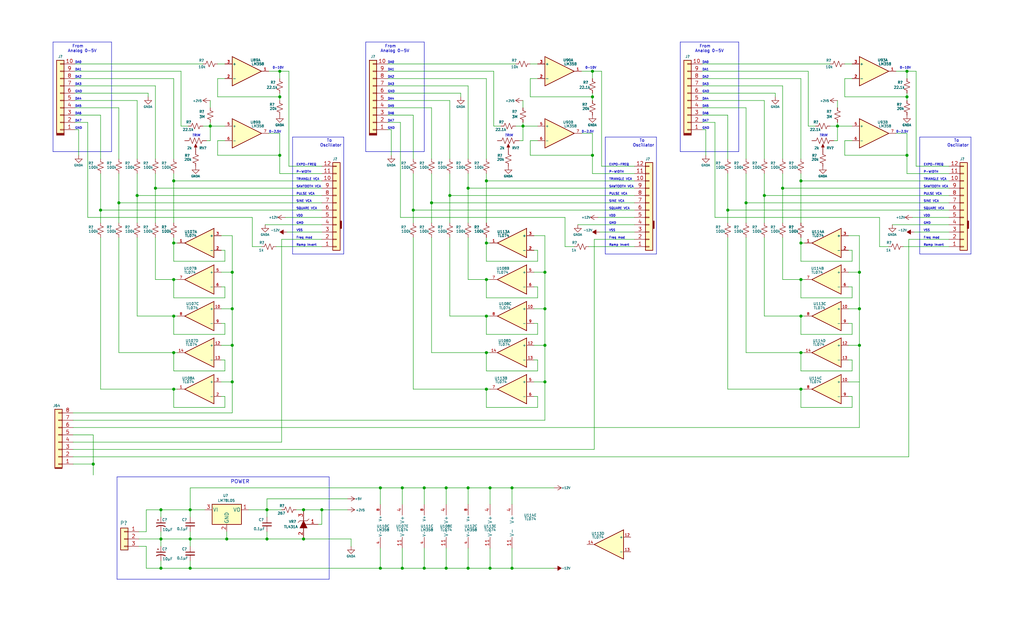
<source format=kicad_sch>
(kicad_sch (version 20230121) (generator eeschema)
  (paper "USLegal")
  (title_block (title "Synth #2") (date "2023-07-27") (rev "0.1") (company "      MLE Tech                  Cedar Park, TX") (comment 2 "In Development"))
  (lib_symbols
    (symbol "Amplifier_Operational:LM358" (pin_names (offset 0.127))
      (property "Reference" "U87" (at 3.0152 3.8654 0))
      (property "Value" "LM358" (at 3.81 2.54 0))
      (symbol "LM358_1_1"
        (pin output line (at 7.62 0 180) (length 2.54) (name "~") (number "1"))
        (pin input line (at -7.62 -2.54 0) (length 2.54) (name "-") (number "2"))
        (pin input line (at -7.62 2.54 0) (length 2.54) (name "+") (number "3"))
      )
      (symbol "LM358_2_1"
        (pin input line (at -7.62 2.54 0) (length 2.54) (name "+") (number "5"))
        (pin input line (at -7.62 -2.54 0) (length 2.54) (name "-") (number "6"))
        (pin output line (at 7.62 0 180) (length 2.54) (name "~") (number "7"))
      )
      (symbol "LM358_3_1"
        (pin power_in line (at -2.54 -7.62 90) (length 3.81) (name "V-") (number "4"))
        (pin power_in line (at -2.54 7.62 270) (length 3.81) (name "V+") (number "8"))
      )
    )
    (symbol "Amplifier_Operational:TL074" (pin_names (offset 0.127))
      (property "Reference" "U110" (at 3.81 3.81 0))
      (property "Value" "TL074" (at 3.81 2.54 0))
      (symbol "TL074_1_1"
        (pin output line (at 7.62 0 180) (length 2.54) (name "~") (number "1"))
        (pin input line (at -7.62 -2.54 0) (length 2.54) (name "-") (number "2"))
        (pin input line (at -7.62 2.54 0) (length 2.54) (name "+") (number "3"))
      )
      (symbol "TL074_2_1"
        (pin input line (at -7.62 2.54 0) (length 2.54) (name "+") (number "5"))
        (pin input line (at -7.62 -2.54 0) (length 2.54) (name "-") (number "6"))
        (pin output line (at 7.62 0 180) (length 2.54) (name "~") (number "7"))
      )
      (symbol "TL074_3_1"
        (pin input line (at -7.62 2.54 0) (length 2.54) (name "+") (number "10"))
        (pin output line (at 7.62 0 180) (length 2.54) (name "~") (number "8"))
        (pin input line (at -7.62 -2.54 0) (length 2.54) (name "-") (number "9"))
      )
      (symbol "TL074_4_1"
        (pin input line (at -7.62 2.54 0) (length 2.54) (name "+") (number "12"))
        (pin input line (at -7.62 -2.54 0) (length 2.54) (name "-") (number "13"))
        (pin output line (at 7.62 0 180) (length 2.54) (name "~") (number "14"))
      )
      (symbol "TL074_5_1"
        (pin power_in line (at -2.54 -7.62 90) (length 3.81) (name "V-") (number "11"))
        (pin power_in line (at -2.54 7.62 270) (length 3.81) (name "V+") (number "4"))
      )
    )
    (symbol "Conn_01x12_2" (pin_names (offset 1.016) hide)
      (property "Reference" "J?" (at -1.27 17.78 0))
      (symbol "Conn_01x12_2_1_1"
        (pin passive line (at -5.08 12.7 0) (length 3.81) (name "Pin_1") (number "1"))
        (pin passive line (at -5.08 -10.16 0) (length 3.81) (name "Pin_10") (number "10"))
        (pin passive line (at -5.08 -12.7 0) (length 3.81) (name "Pin_11") (number "11"))
        (pin passive line (at -5.08 -15.24 0) (length 3.81) (name "Pin_12") (number "12"))
        (pin passive line (at -5.08 10.16 0) (length 3.81) (name "Pin_2") (number "2"))
        (pin passive line (at -5.08 7.62 0) (length 3.81) (name "Pin_3") (number "3"))
        (pin passive line (at -5.08 5.08 0) (length 3.81) (name "Pin_4") (number "4"))
        (pin passive line (at -5.08 2.54 0) (length 3.81) (name "Pin_5") (number "5"))
        (pin passive line (at -5.08 0 0) (length 3.81) (name "Pin_6") (number "6"))
        (pin passive line (at -5.08 -2.54 0) (length 3.81) (name "Pin_7") (number "7"))
        (pin passive line (at -5.08 -5.08 0) (length 3.81) (name "Pin_8") (number "8"))
        (pin passive line (at -5.08 -7.62 0) (length 3.81) (name "Pin_9") (number "9"))
      )
    )
    (symbol "Connector_Generic:Conn_01x03" (pin_names (offset 1.016) hide)
      (property "Reference" "J" (at 0 5.08 0))
      (property "Value" "Conn_01x03" (at 0 -5.08 0))
      (symbol "Conn_01x03_1_1"
        (pin passive line (at -5.08 2.54 0) (length 3.81) (name "Pin_1") (number "1"))
        (pin passive line (at -5.08 0 0) (length 3.81) (name "Pin_2") (number "2"))
        (pin passive line (at -5.08 -2.54 0) (length 3.81) (name "Pin_3") (number "3"))
      )
    )
    (symbol "Connector_keyed_kicad_sym:Conn_01x08" (pin_names (offset 1.016) hide)
      (property "Reference" "J" (at 0 10.16 0))
      (property "Value" "Conn_01x08" (at 0 -12.7 0))
      (symbol "Conn_01x08_1_1"
        (pin passive line (at -5.08 7.62 0) (length 3.81) (name "Pin_1") (number "1"))
        (pin passive line (at -5.08 5.08 0) (length 3.81) (name "Pin_2") (number "2"))
        (pin passive line (at -5.08 2.54 0) (length 3.81) (name "Pin_3") (number "3"))
        (pin passive line (at -5.08 0 0) (length 3.81) (name "Pin_4") (number "4"))
        (pin passive line (at -5.08 -2.54 0) (length 3.81) (name "Pin_5") (number "5"))
        (pin passive line (at -5.08 -5.08 0) (length 3.81) (name "Pin_6") (number "6"))
        (pin passive line (at -5.08 -7.62 0) (length 3.81) (name "Pin_7") (number "7"))
        (pin passive line (at -5.08 -10.16 0) (length 3.81) (name "Pin_8") (number "8"))
      )
    )
    (symbol "Connector_keyed_kicad_sym:Conn_01x10h" (pin_names (offset 1.016) hide)
      (property "Reference" "J28" (at 0 13.97 0))
      (symbol "Conn_01x10h_1_1"
        (pin passive line (at -5.08 10.16 0) (length 3.81) (name "Pin_1") (number "1"))
        (pin passive line (at -5.08 -12.7 0) (length 3.81) (name "Pin_10") (number "10"))
        (pin passive line (at -5.08 7.62 0) (length 3.81) (name "Pin_2") (number "2"))
        (pin passive line (at -5.08 5.08 0) (length 3.81) (name "Pin_3") (number "3"))
        (pin passive line (at -5.08 2.54 0) (length 3.81) (name "Pin_4") (number "4"))
        (pin passive line (at -5.08 0 0) (length 3.81) (name "Pin_5") (number "5"))
        (pin passive line (at -5.08 -2.54 0) (length 3.81) (name "Pin_6") (number "6"))
        (pin passive line (at -5.08 -5.08 0) (length 3.81) (name "Pin_7") (number "7"))
        (pin passive line (at -5.08 -7.62 0) (length 3.81) (name "Pin_8") (number "8"))
        (pin passive line (at -5.08 -10.16 0) (length 3.81) (name "Pin_9") (number "9"))
      )
    )
    (symbol "Device:C_Polarized_Small_US" (pin_numbers hide) (pin_names (offset 0.254) hide)
      (property "Reference" "C" (at 0.254 1.778 0))
      (property "Value" "C_Polarized_Small_US" (at 0.254 -2.032 0))
      (symbol "C_Polarized_Small_US_1_1"
        (pin passive line (at 0 2.54 270) (length 2.032) (name "~") (number "1"))
        (pin passive line (at 0 -2.54 90) (length 2.032) (name "~") (number "2"))
      )
    )
    (symbol "Device:C_Small" (pin_numbers hide) (pin_names (offset 0.254) hide)
      (property "Reference" "C" (at 0.254 1.778 0))
      (property "Value" "C_Small" (at 0.254 -2.032 0))
      (symbol "C_Small_1_1"
        (pin passive line (at 0 2.54 270) (length 2.032) (name "~") (number "1"))
        (pin passive line (at 0 -2.54 90) (length 2.032) (name "~") (number "2"))
      )
    )
    (symbol "Device:R_Potentiometer_US" (pin_names (offset 1.016) hide)
      (property "Reference" "RV4" (at -1.0668 0.7874 0))
      (property "Value" "5k" (at -1.6256 -0.9906 0))
      (symbol "R_Potentiometer_US_1_1"
        (pin passive line (at 0 3.81 270) (length 1.27) (name "1") (number ""))
        (pin passive line (at 3.81 0 180) (length 1.27) (name "2") (number ""))
        (pin passive line (at 0 -3.81 90) (length 1.27) (name "3") (number ""))
      )
    )
    (symbol "Device:R_Small_US" (pin_numbers hide) (pin_names (offset 0.254) hide)
      (property "Reference" "R" (at 0.762 0.508 0))
      (property "Value" "R_Small_US" (at 0.762 -1.016 0))
      (symbol "R_Small_US_1_1"
        (pin passive line (at 0 2.54 270) (length 1.016) (name "~") (number "1"))
        (pin passive line (at 0 -2.54 90) (length 1.016) (name "~") (number "2"))
      )
    )
    (symbol "LM358_1" (pin_names (offset 0.127))
      (property "Reference" "U106" (at -1.27 1.27 0))
      (property "Value" "LM358" (at -1.27 -1.27 0))
      (symbol "LM358_1_1_1"
        (pin output line (at 7.62 0 180) (length 2.54) (name "~") (number "1"))
        (pin input line (at -7.62 -2.54 0) (length 2.54) (name "-") (number "2"))
        (pin input line (at -7.62 2.54 0) (length 2.54) (name "+") (number "3"))
      )
      (symbol "LM358_1_2_1"
        (pin input line (at -7.62 2.54 0) (length 2.54) (name "+") (number "5"))
        (pin input line (at -7.62 -2.54 0) (length 2.54) (name "-") (number "6"))
        (pin output line (at 7.62 0 180) (length 2.54) (name "~") (number "7"))
      )
      (symbol "LM358_1_3_1"
        (pin power_in line (at -2.54 -7.62 90) (length 3.81) (name "V-") (number "4"))
        (pin power_in line (at -2.54 7.62 270) (length 3.81) (name "V+") (number "8"))
      )
    )
    (symbol "LM358_2" (pin_names (offset 0.127))
      (property "Reference" "U87" (at 3.0152 3.8654 0))
      (property "Value" "LM358" (at 3.81 2.54 0))
      (symbol "LM358_2_1_1"
        (pin output line (at 7.62 0 180) (length 2.54) (name "~") (number "1"))
        (pin input line (at -7.62 -2.54 0) (length 2.54) (name "-") (number "2"))
        (pin input line (at -7.62 2.54 0) (length 2.54) (name "+") (number "3"))
      )
      (symbol "LM358_2_2_1"
        (pin input line (at -7.62 2.54 0) (length 2.54) (name "+") (number "5"))
        (pin input line (at -7.62 -2.54 0) (length 2.54) (name "-") (number "6"))
        (pin output line (at 7.62 0 180) (length 2.54) (name "~") (number "7"))
      )
      (symbol "LM358_2_3_1"
        (pin power_in line (at -2.54 -7.62 90) (length 3.81) (name "V-") (number "4"))
        (pin power_in line (at -2.54 7.62 270) (length 3.81) (name "V+") (number "8"))
      )
    )
    (symbol "Regulator_Linear:LM78L05_TO92" (pin_names (offset 0.254))
      (property "Reference" "U" (at -3.81 3.175 0))
      (property "Value" "LM78L05_TO92" (at 0 3.175 0))
      (symbol "LM78L05_TO92_1_1"
        (pin power_out line (at 7.62 0 180) (length 2.54) (name "VO") (number "1"))
        (pin power_in line (at 0 -7.62 90) (length 2.54) (name "GND") (number "2"))
        (pin power_in line (at -7.62 0 0) (length 2.54) (name "VI") (number "3"))
      )
    )
    (symbol "TL074_1" (pin_names (offset 0.127))
      (property "Reference" "U110" (at 3.81 3.81 0))
      (property "Value" "TL074" (at 3.81 2.54 0))
      (symbol "TL074_1_1_1"
        (pin output line (at 7.62 0 180) (length 2.54) (name "~") (number "1"))
        (pin input line (at -7.62 -2.54 0) (length 2.54) (name "-") (number "2"))
        (pin input line (at -7.62 2.54 0) (length 2.54) (name "+") (number "3"))
      )
      (symbol "TL074_1_2_1"
        (pin input line (at -7.62 2.54 0) (length 2.54) (name "+") (number "5"))
        (pin input line (at -7.62 -2.54 0) (length 2.54) (name "-") (number "6"))
        (pin output line (at 7.62 0 180) (length 2.54) (name "~") (number "7"))
      )
      (symbol "TL074_1_3_1"
        (pin input line (at -7.62 2.54 0) (length 2.54) (name "+") (number "10"))
        (pin output line (at 7.62 0 180) (length 2.54) (name "~") (number "8"))
        (pin input line (at -7.62 -2.54 0) (length 2.54) (name "-") (number "9"))
      )
      (symbol "TL074_1_4_1"
        (pin input line (at -7.62 2.54 0) (length 2.54) (name "+") (number "12"))
        (pin input line (at -7.62 -2.54 0) (length 2.54) (name "-") (number "13"))
        (pin output line (at 7.62 0 180) (length 2.54) (name "~") (number "14"))
      )
      (symbol "TL074_1_5_1"
        (pin power_in line (at -2.54 -7.62 90) (length 3.81) (name "V-") (number "11"))
        (pin power_in line (at -2.54 7.62 270) (length 3.81) (name "V+") (number "4"))
      )
    )
    (symbol "TL074_2" (pin_names (offset 0.127))
      (property "Reference" "U110" (at 3.81 3.81 0))
      (property "Value" "TL074" (at 3.81 2.54 0))
      (symbol "TL074_2_1_1"
        (pin output line (at 7.62 0 180) (length 2.54) (name "~") (number "1"))
        (pin input line (at -7.62 -2.54 0) (length 2.54) (name "-") (number "2"))
        (pin input line (at -7.62 2.54 0) (length 2.54) (name "+") (number "3"))
      )
      (symbol "TL074_2_2_1"
        (pin input line (at -7.62 2.54 0) (length 2.54) (name "+") (number "5"))
        (pin input line (at -7.62 -2.54 0) (length 2.54) (name "-") (number "6"))
        (pin output line (at 7.62 0 180) (length 2.54) (name "~") (number "7"))
      )
      (symbol "TL074_2_3_1"
        (pin input line (at -7.62 2.54 0) (length 2.54) (name "+") (number "10"))
        (pin output line (at 7.62 0 180) (length 2.54) (name "~") (number "8"))
        (pin input line (at -7.62 -2.54 0) (length 2.54) (name "-") (number "9"))
      )
      (symbol "TL074_2_4_1"
        (pin input line (at -7.62 2.54 0) (length 2.54) (name "+") (number "12"))
        (pin input line (at -7.62 -2.54 0) (length 2.54) (name "-") (number "13"))
        (pin output line (at 7.62 0 180) (length 2.54) (name "~") (number "14"))
      )
      (symbol "TL074_2_5_1"
        (pin power_in line (at -2.54 -7.62 90) (length 3.81) (name "V-") (number "11"))
        (pin power_in line (at -2.54 7.62 270) (length 3.81) (name "V+") (number "4"))
      )
    )
    (symbol "TL074_3" (pin_names (offset 0.127))
      (property "Reference" "U110" (at 3.81 3.81 0))
      (property "Value" "TL074" (at 3.81 2.54 0))
      (symbol "TL074_3_1_1"
        (pin output line (at 7.62 0 180) (length 2.54) (name "~") (number "1"))
        (pin input line (at -7.62 -2.54 0) (length 2.54) (name "-") (number "2"))
        (pin input line (at -7.62 2.54 0) (length 2.54) (name "+") (number "3"))
      )
      (symbol "TL074_3_2_1"
        (pin input line (at -7.62 2.54 0) (length 2.54) (name "+") (number "5"))
        (pin input line (at -7.62 -2.54 0) (length 2.54) (name "-") (number "6"))
        (pin output line (at 7.62 0 180) (length 2.54) (name "~") (number "7"))
      )
      (symbol "TL074_3_3_1"
        (pin input line (at -7.62 2.54 0) (length 2.54) (name "+") (number "10"))
        (pin output line (at 7.62 0 180) (length 2.54) (name "~") (number "8"))
        (pin input line (at -7.62 -2.54 0) (length 2.54) (name "-") (number "9"))
      )
      (symbol "TL074_3_4_1"
        (pin input line (at -7.62 2.54 0) (length 2.54) (name "+") (number "12"))
        (pin input line (at -7.62 -2.54 0) (length 2.54) (name "-") (number "13"))
        (pin output line (at 7.62 0 180) (length 2.54) (name "~") (number "14"))
      )
      (symbol "TL074_3_5_1"
        (pin power_in line (at -2.54 -7.62 90) (length 3.81) (name "V-") (number "11"))
        (pin power_in line (at -2.54 7.62 270) (length 3.81) (name "V+") (number "4"))
      )
    )
    (symbol "TL074_4" (pin_names (offset 0.127))
      (property "Reference" "U110" (at 3.81 3.81 0))
      (property "Value" "TL074" (at 3.81 2.54 0))
      (symbol "TL074_4_1_1"
        (pin output line (at 7.62 0 180) (length 2.54) (name "~") (number "1"))
        (pin input line (at -7.62 -2.54 0) (length 2.54) (name "-") (number "2"))
        (pin input line (at -7.62 2.54 0) (length 2.54) (name "+") (number "3"))
      )
      (symbol "TL074_4_2_1"
        (pin input line (at -7.62 2.54 0) (length 2.54) (name "+") (number "5"))
        (pin input line (at -7.62 -2.54 0) (length 2.54) (name "-") (number "6"))
        (pin output line (at 7.62 0 180) (length 2.54) (name "~") (number "7"))
      )
      (symbol "TL074_4_3_1"
        (pin input line (at -7.62 2.54 0) (length 2.54) (name "+") (number "10"))
        (pin output line (at 7.62 0 180) (length 2.54) (name "~") (number "8"))
        (pin input line (at -7.62 -2.54 0) (length 2.54) (name "-") (number "9"))
      )
      (symbol "TL074_4_4_1"
        (pin input line (at -7.62 2.54 0) (length 2.54) (name "+") (number "12"))
        (pin input line (at -7.62 -2.54 0) (length 2.54) (name "-") (number "13"))
        (pin output line (at 7.62 0 180) (length 2.54) (name "~") (number "14"))
      )
      (symbol "TL074_4_5_1"
        (pin power_in line (at -2.54 -7.62 90) (length 3.81) (name "V-") (number "11"))
        (pin power_in line (at -2.54 7.62 270) (length 3.81) (name "V+") (number "4"))
      )
    )
    (symbol "TL074_5" (pin_names (offset 0.127))
      (property "Reference" "U124" (at 3.81 3.81 0))
      (property "Value" "TL074" (at 3.81 2.54 0))
      (symbol "TL074_5_1_1"
        (pin output line (at 7.62 0 180) (length 2.54) (name "~") (number "1"))
        (pin input line (at -7.62 -2.54 0) (length 2.54) (name "-") (number "2"))
        (pin input line (at -7.62 2.54 0) (length 2.54) (name "+") (number "3"))
      )
      (symbol "TL074_5_2_1"
        (pin input line (at -7.62 2.54 0) (length 2.54) (name "+") (number "5"))
        (pin input line (at -7.62 -2.54 0) (length 2.54) (name "-") (number "6"))
        (pin output line (at 7.62 0 180) (length 2.54) (name "~") (number "7"))
      )
      (symbol "TL074_5_3_1"
        (pin input line (at -7.62 2.54 0) (length 2.54) (name "+") (number "10"))
        (pin output line (at 7.62 0 180) (length 2.54) (name "~") (number "8"))
        (pin input line (at -7.62 -2.54 0) (length 2.54) (name "-") (number "9"))
      )
      (symbol "TL074_5_4_1"
        (pin input line (at -7.62 2.54 0) (length 2.54) (name "+") (number "12"))
        (pin input line (at -7.62 -2.54 0) (length 2.54) (name "-") (number "13"))
        (pin output line (at 7.62 0 180) (length 2.54) (name "~") (number "14"))
      )
      (symbol "TL074_5_5_1"
        (pin power_in line (at -2.54 -7.62 90) (length 3.81) (name "V-") (number "11"))
        (pin power_in line (at -2.54 7.62 270) (length 3.81) (name "V+") (number "4"))
      )
    )
    (symbol "TL074_6" (pin_names (offset 0.127))
      (property "Reference" "U124" (at 3.81 3.81 0))
      (property "Value" "TL074" (at 3.81 2.54 0))
      (symbol "TL074_6_1_1"
        (pin output line (at 7.62 0 180) (length 2.54) (name "~") (number "1"))
        (pin input line (at -7.62 -2.54 0) (length 2.54) (name "-") (number "2"))
        (pin input line (at -7.62 2.54 0) (length 2.54) (name "+") (number "3"))
      )
      (symbol "TL074_6_2_1"
        (pin input line (at -7.62 2.54 0) (length 2.54) (name "+") (number "5"))
        (pin input line (at -7.62 -2.54 0) (length 2.54) (name "-") (number "6"))
        (pin output line (at 7.62 0 180) (length 2.54) (name "~") (number "7"))
      )
      (symbol "TL074_6_3_1"
        (pin input line (at -7.62 2.54 0) (length 2.54) (name "+") (number "10"))
        (pin output line (at 7.62 0 180) (length 2.54) (name "~") (number "8"))
        (pin input line (at -7.62 -2.54 0) (length 2.54) (name "-") (number "9"))
      )
      (symbol "TL074_6_4_1"
        (pin input line (at -7.62 2.54 0) (length 2.54) (name "+") (number "12"))
        (pin input line (at -7.62 -2.54 0) (length 2.54) (name "-") (number "13"))
        (pin output line (at 7.62 0 180) (length 2.54) (name "~") (number "14"))
      )
      (symbol "TL074_6_5_1"
        (pin power_in line (at -2.54 -7.62 90) (length 3.81) (name "V-") (number "11"))
        (pin power_in line (at -2.54 7.62 270) (length 3.81) (name "V+") (number "4"))
      )
    )
    (symbol "TL074_7" (pin_names (offset 0.127))
      (property "Reference" "U124" (at 3.81 3.81 0))
      (property "Value" "TL074" (at 3.81 2.54 0))
      (symbol "TL074_7_1_1"
        (pin output line (at 7.62 0 180) (length 2.54) (name "~") (number "1"))
        (pin input line (at -7.62 -2.54 0) (length 2.54) (name "-") (number "2"))
        (pin input line (at -7.62 2.54 0) (length 2.54) (name "+") (number "3"))
      )
      (symbol "TL074_7_2_1"
        (pin input line (at -7.62 2.54 0) (length 2.54) (name "+") (number "5"))
        (pin input line (at -7.62 -2.54 0) (length 2.54) (name "-") (number "6"))
        (pin output line (at 7.62 0 180) (length 2.54) (name "~") (number "7"))
      )
      (symbol "TL074_7_3_1"
        (pin input line (at -7.62 2.54 0) (length 2.54) (name "+") (number "10"))
        (pin output line (at 7.62 0 180) (length 2.54) (name "~") (number "8"))
        (pin input line (at -7.62 -2.54 0) (length 2.54) (name "-") (number "9"))
      )
      (symbol "TL074_7_4_1"
        (pin input line (at -7.62 2.54 0) (length 2.54) (name "+") (number "12"))
        (pin input line (at -7.62 -2.54 0) (length 2.54) (name "-") (number "13"))
        (pin output line (at 7.62 0 180) (length 2.54) (name "~") (number "14"))
      )
      (symbol "TL074_7_5_1"
        (pin power_in line (at -2.54 -7.62 90) (length 3.81) (name "V-") (number "11"))
        (pin power_in line (at -2.54 7.62 270) (length 3.81) (name "V+") (number "4"))
      )
    )
    (symbol "TL074_8" (pin_names (offset 0.127))
      (property "Reference" "U124" (at 3.81 3.81 0))
      (property "Value" "TL074" (at 3.81 2.54 0))
      (symbol "TL074_8_1_1"
        (pin output line (at 7.62 0 180) (length 2.54) (name "~") (number "1"))
        (pin input line (at -7.62 -2.54 0) (length 2.54) (name "-") (number "2"))
        (pin input line (at -7.62 2.54 0) (length 2.54) (name "+") (number "3"))
      )
      (symbol "TL074_8_2_1"
        (pin input line (at -7.62 2.54 0) (length 2.54) (name "+") (number "5"))
        (pin input line (at -7.62 -2.54 0) (length 2.54) (name "-") (number "6"))
        (pin output line (at 7.62 0 180) (length 2.54) (name "~") (number "7"))
      )
      (symbol "TL074_8_3_1"
        (pin input line (at -7.62 2.54 0) (length 2.54) (name "+") (number "10"))
        (pin output line (at 7.62 0 180) (length 2.54) (name "~") (number "8"))
        (pin input line (at -7.62 -2.54 0) (length 2.54) (name "-") (number "9"))
      )
      (symbol "TL074_8_4_1"
        (pin input line (at -7.62 2.54 0) (length 2.54) (name "+") (number "12"))
        (pin input line (at -7.62 -2.54 0) (length 2.54) (name "-") (number "13"))
        (pin output line (at 7.62 0 180) (length 2.54) (name "~") (number "14"))
      )
      (symbol "TL074_8_5_1"
        (pin power_in line (at -2.54 -7.62 90) (length 3.81) (name "V-") (number "11"))
        (pin power_in line (at -2.54 7.62 270) (length 3.81) (name "V+") (number "4"))
      )
    )
    (symbol "TL074_9" (pin_names (offset 0.127))
      (property "Reference" "U124" (at 3.81 3.81 0))
      (property "Value" "TL074" (at 3.81 2.54 0))
      (symbol "TL074_9_1_1"
        (pin output line (at 7.62 0 180) (length 2.54) (name "~") (number "1"))
        (pin input line (at -7.62 -2.54 0) (length 2.54) (name "-") (number "2"))
        (pin input line (at -7.62 2.54 0) (length 2.54) (name "+") (number "3"))
      )
      (symbol "TL074_9_2_1"
        (pin input line (at -7.62 2.54 0) (length 2.54) (name "+") (number "5"))
        (pin input line (at -7.62 -2.54 0) (length 2.54) (name "-") (number "6"))
        (pin output line (at 7.62 0 180) (length 2.54) (name "~") (number "7"))
      )
      (symbol "TL074_9_3_1"
        (pin input line (at -7.62 2.54 0) (length 2.54) (name "+") (number "10"))
        (pin output line (at 7.62 0 180) (length 2.54) (name "~") (number "8"))
        (pin input line (at -7.62 -2.54 0) (length 2.54) (name "-") (number "9"))
      )
      (symbol "TL074_9_4_1"
        (pin input line (at -7.62 2.54 0) (length 2.54) (name "+") (number "12"))
        (pin input line (at -7.62 -2.54 0) (length 2.54) (name "-") (number "13"))
        (pin output line (at 7.62 0 180) (length 2.54) (name "~") (number "14"))
      )
      (symbol "TL074_9_5_1"
        (pin power_in line (at -2.54 -7.62 90) (length 3.81) (name "V-") (number "11"))
        (pin power_in line (at -2.54 7.62 270) (length 3.81) (name "V+") (number "4"))
      )
    )
    (symbol "dk_PMIC-Voltage-Reference:TL431CLPM" (pin_names (offset 0) hide)
      (property "Reference" "VR" (at -2.54 3.175 0))
      (property "Value" "TL431CLPM" (at -5.715 0 90))
      (symbol "TL431CLPM_1_1"
        (pin passive line (at 5.08 0 180) (length 3.81) (name "REF") (number "1"))
        (pin passive line (at 0 -5.08 90) (length 3.81) (name "A") (number "2"))
        (pin passive line (at 0 5.08 270) (length 3.81) (name "K") (number "3"))
      )
    )
    (symbol "power:+12V" (power) (pin_names (offset 0))
      (property "Value" "+12V" (at 0 3.556 0))
      (symbol "+12V_1_1"
        (pin power_in line (at 0 0 90) (length 0) hide (name "+12V") (number "1"))
      )
    )
    (symbol "power:+2V5" (power) (pin_names (offset 0))
      (property "Value" "+2V5" (at 0 3.556 0))
      (symbol "+2V5_1_1"
        (pin power_in line (at 0 0 90) (length 0) hide (name "+2V5") (number "1"))
      )
    )
    (symbol "power:+5V" (power) (pin_names (offset 0))
      (property "Value" "+5V" (at 0 3.556 0))
      (symbol "+5V_1_1"
        (pin power_in line (at 0 0 90) (length 0) hide (name "+5V") (number "1"))
      )
    )
    (symbol "power:-12V" (power) (pin_names (offset 0))
      (property "Value" "-12V" (at 0 3.81 0))
      (symbol "-12V_0_0"
        (pin power_in line (at 0 0 90) (length 0) hide (name "-12V") (number "1"))
      )
    )
    (symbol "power:GNDA" (power) (pin_names (offset 0))
      (property "Value" "GNDA" (at 0 -3.81 0))
      (symbol "GNDA_1_1"
        (pin power_in line (at 0 0 270) (length 0) hide (name "GNDA") (number "1"))
      )
    )
  )
  (junction (at 278.13 109.855))
  (junction (at 278.13 84.455))
  (junction (at 78.74 187.325))
  (junction (at 314.96 53.975))
  (junction (at 314.96 33.655))
  (junction (at 177.8 197.485))
  (junction (at 66.04 187.325))
  (junction (at 60.325 109.855))
  (junction (at 143.51 73.025))
  (junction (at 170.18 169.545))
  (junction (at 92.71 187.325))
  (junction (at 189.23 132.715))
  (junction (at 168.91 62.865))
  (junction (at 80.645 120.015))
  (junction (at 181.61 43.815))
  (junction (at 53.975 65.405))
  (junction (at 168.91 84.455))
  (junction (at 147.32 169.545))
  (junction (at 105.41 187.325))
  (junction (at 34.925 73.025))
  (junction (at 278.13 97.155))
  (junction (at 162.56 169.545))
  (junction (at 156.21 67.945))
  (junction (at 147.32 197.485))
  (junction (at 168.91 109.855))
  (junction (at 162.56 65.405))
  (junction (at 55.88 187.325))
  (junction (at 132.08 197.485))
  (junction (at 97.155 33.655))
  (junction (at 73.025 43.815))
  (junction (at 177.8 169.545))
  (junction (at 278.13 62.865))
  (junction (at 60.325 62.865))
  (junction (at 162.56 197.485))
  (junction (at 55.88 197.485))
  (junction (at 154.94 197.485))
  (junction (at 154.94 169.545))
  (junction (at 298.45 94.615))
  (junction (at 41.275 70.485))
  (junction (at 92.71 177.165))
  (junction (at 80.645 94.615))
  (junction (at 168.91 97.155))
  (junction (at 189.23 107.315))
  (junction (at 298.45 107.315))
  (junction (at 265.43 67.945))
  (junction (at 55.88 177.165))
  (junction (at 97.155 53.975))
  (junction (at 80.645 107.315))
  (junction (at 60.325 122.555))
  (junction (at 278.13 135.255))
  (junction (at 111.76 177.165))
  (junction (at 132.08 169.545))
  (junction (at 168.91 122.555))
  (junction (at 252.73 73.025))
  (junction (at 32.385 161.29))
  (junction (at 170.18 197.485))
  (junction (at 271.78 65.405))
  (junction (at 139.7 197.485))
  (junction (at 66.04 177.165))
  (junction (at 298.45 120.015))
  (junction (at 259.08 70.485))
  (junction (at 105.41 177.165))
  (junction (at 97.155 24.765))
  (junction (at 189.23 94.615))
  (junction (at 139.7 169.545))
  (junction (at 47.625 67.945))
  (junction (at 205.74 53.975))
  (junction (at 80.645 132.715))
  (junction (at 189.23 120.015))
  (junction (at 149.86 70.485))
  (junction (at 278.13 122.555))
  (junction (at 205.74 33.655))
  (junction (at 60.325 135.255))
  (junction (at 205.74 24.765))
  (junction (at 168.91 135.255))
  (junction (at 66.04 197.485))
  (junction (at 60.325 97.155))
  (junction (at 60.325 84.455))
  (junction (at 290.83 43.815))
  (junction (at 314.96 24.765))
  (wire (pts (xy 60.325 62.865) (xy 60.325 77.47)))
  (wire (pts (xy 199.39 85.725) (xy 196.215 85.725)))
  (wire (pts (xy 78.105 43.815) (xy 73.025 43.815)))
  (wire (pts (xy 92.71 184.785) (xy 92.71 187.325)))
  (wire (pts (xy 147.32 169.545) (xy 147.32 175.26)))
  (wire (pts (xy 97.155 24.765) (xy 100.33 24.765)))
  (wire (pts (xy 288.29 43.815) (xy 290.83 43.815)))
  (polyline (pts (xy 40.64 165.735) (xy 40.64 201.295)))
  (wire (pts (xy 62.865 43.815) (xy 65.405 43.815)))
  (wire (pts (xy 295.91 43.815) (xy 290.83 43.815)))
  (wire (pts (xy 92.71 179.705) (xy 92.71 177.165)))
  (wire (pts (xy 26.035 42.545) (xy 30.48 42.545)))
  (wire (pts (xy 184.15 53.975) (xy 205.74 53.975)))
  (wire (pts (xy 80.645 143.51) (xy 80.645 132.715)))
  (wire (pts (xy 295.91 99.695) (xy 294.64 99.695)))
  (wire (pts (xy 168.91 103.505) (xy 168.91 97.155)))
  (wire (pts (xy 162.56 29.845) (xy 162.56 55.245)))
  (wire (pts (xy 295.91 112.395) (xy 295.91 116.205)))
  (wire (pts (xy 149.86 70.485) (xy 149.86 60.325)))
  (wire (pts (xy 243.84 40.005) (xy 252.73 40.005)))
  (wire (pts (xy 170.18 169.545) (xy 177.8 169.545)))
  (wire (pts (xy 162.56 82.55) (xy 162.56 97.155)))
  (wire (pts (xy 189.23 146.05) (xy 189.23 132.715)))
  (wire (pts (xy 66.04 169.545) (xy 66.04 177.165)))
  (wire (pts (xy 259.08 37.465) (xy 259.08 55.245)))
  (wire (pts (xy 168.91 84.455) (xy 170.18 84.455)))
  (wire (pts (xy 171.45 43.815) (xy 173.99 43.815)))
  (wire (pts (xy 295.91 103.505) (xy 278.13 103.505)))
  (wire (pts (xy 168.91 97.155) (xy 170.18 97.155)))
  (wire (pts (xy 271.78 29.845) (xy 271.78 55.245)))
  (wire (pts (xy 60.325 135.255) (xy 61.595 135.255)))
  (wire (pts (xy 92.71 187.325) (xy 105.41 187.325)))
  (wire (pts (xy 243.84 29.845) (xy 271.78 29.845)))
  (wire (pts (xy 134.62 24.765) (xy 171.45 24.765)))
  (wire (pts (xy 76.835 137.795) (xy 78.105 137.795)))
  (wire (pts (xy 25.4 156.21) (xy 206.375 156.21)))
  (wire (pts (xy 177.8 197.485) (xy 192.405 197.485)))
  (wire (pts (xy 154.94 169.545) (xy 154.94 175.26)))
  (wire (pts (xy 25.4 146.05) (xy 189.23 146.05)))
  (wire (pts (xy 111.76 57.785) (xy 100.33 57.785)))
  (wire (pts (xy 92.71 173.355) (xy 120.65 173.355)))
  (wire (pts (xy 317.5 80.645) (xy 329.565 80.645)))
  (wire (pts (xy 80.645 107.315) (xy 80.645 120.015)))
  (wire (pts (xy 87.63 85.725) (xy 87.63 75.565)))
  (wire (pts (xy 243.84 42.545) (xy 248.285 42.545)))
  (wire (pts (xy 78.105 86.995) (xy 78.105 90.805)))
  (wire (pts (xy 143.51 73.025) (xy 143.51 77.47)))
  (wire (pts (xy 80.645 120.015) (xy 76.835 120.015)))
  (wire (pts (xy 78.105 137.795) (xy 78.105 141.605)))
  (wire (pts (xy 60.325 82.55) (xy 60.325 84.455)))
  (wire (pts (xy 186.69 48.895) (xy 184.15 48.895)))
  (wire (pts (xy 186.69 90.805) (xy 168.91 90.805)))
  (polyline (pts (xy 127 14.605) (xy 127 52.705)))
  (wire (pts (xy 184.15 22.225) (xy 186.69 22.225)))
  (wire (pts (xy 41.275 70.485) (xy 41.275 77.47)))
  (wire (pts (xy 66.04 177.165) (xy 71.12 177.165)))
  (wire (pts (xy 26.035 32.385) (xy 51.435 32.385)))
  (wire (pts (xy 278.13 135.255) (xy 279.4 135.255)))
  (wire (pts (xy 143.51 73.025) (xy 220.345 73.025)))
  (wire (pts (xy 139.7 169.545) (xy 147.32 169.545)))
  (wire (pts (xy 293.37 48.895) (xy 293.37 53.975)))
  (wire (pts (xy 154.94 169.545) (xy 162.56 169.545)))
  (wire (pts (xy 149.86 82.55) (xy 149.86 122.555)))
  (wire (pts (xy 184.15 33.655) (xy 205.74 33.655)))
  (wire (pts (xy 105.41 177.165) (xy 111.76 177.165)))
  (wire (pts (xy 185.42 137.795) (xy 186.69 137.795)))
  (wire (pts (xy 205.74 60.325) (xy 220.345 60.325)))
  (wire (pts (xy 41.275 70.485) (xy 41.275 60.325)))
  (wire (pts (xy 204.47 85.725) (xy 220.345 85.725)))
  (wire (pts (xy 168.91 109.855) (xy 170.18 109.855)))
  (polyline (pts (xy 127 14.605) (xy 147.32 14.605)))
  (wire (pts (xy 78.105 86.995) (xy 76.835 86.995)))
  (wire (pts (xy 80.645 94.615) (xy 80.645 107.315)))
  (wire (pts (xy 95.885 85.725) (xy 111.76 85.725)))
  (wire (pts (xy 25.4 161.29) (xy 32.385 161.29)))
  (wire (pts (xy 252.73 73.025) (xy 329.565 73.025)))
  (wire (pts (xy 41.275 82.55) (xy 41.275 122.555)))
  (wire (pts (xy 75.565 27.305) (xy 75.565 33.655)))
  (wire (pts (xy 288.29 22.225) (xy 243.84 22.225)))
  (wire (pts (xy 314.96 33.655) (xy 314.96 34.925)))
  (wire (pts (xy 149.86 70.485) (xy 149.86 77.47)))
  (wire (pts (xy 294.64 107.315) (xy 298.45 107.315)))
  (wire (pts (xy 66.04 197.485) (xy 132.08 197.485)))
  (wire (pts (xy 318.135 57.785) (xy 318.135 24.765)))
  (wire (pts (xy 305.435 75.565) (xy 248.285 75.565)))
  (wire (pts (xy 259.08 70.485) (xy 259.08 77.47)))
  (wire (pts (xy 111.76 177.165) (xy 120.65 177.165)))
  (wire (pts (xy 205.74 46.355) (xy 205.74 53.975)))
  (wire (pts (xy 168.91 82.55) (xy 168.91 84.455)))
  (wire (pts (xy 294.64 81.915) (xy 298.45 81.915)))
  (wire (pts (xy 26.035 40.005) (xy 34.925 40.005)))
  (wire (pts (xy 189.23 120.015) (xy 185.42 120.015)))
  (wire (pts (xy 53.975 29.845) (xy 53.975 55.245)))
  (wire (pts (xy 111.76 70.485) (xy 41.275 70.485)))
  (wire (pts (xy 55.88 189.865) (xy 55.88 187.325)))
  (wire (pts (xy 186.69 128.905) (xy 168.91 128.905)))
  (wire (pts (xy 34.925 40.005) (xy 34.925 55.245)))
  (wire (pts (xy 243.84 24.765) (xy 280.67 24.765)))
  (wire (pts (xy 205.74 53.975) (xy 205.74 60.325)))
  (wire (pts (xy 76.835 107.315) (xy 80.645 107.315)))
  (wire (pts (xy 48.26 187.325) (xy 55.88 187.325)))
  (polyline (pts (xy 114.3 201.295) (xy 114.3 165.735)))
  (wire (pts (xy 186.69 112.395) (xy 185.42 112.395)))
  (wire (pts (xy 280.67 43.815) (xy 283.21 43.815)))
  (wire (pts (xy 60.325 109.855) (xy 61.595 109.855)))
  (wire (pts (xy 47.625 109.855) (xy 60.325 109.855)))
  (wire (pts (xy 205.74 33.655) (xy 205.74 34.925)))
  (wire (pts (xy 295.91 141.605) (xy 278.13 141.605)))
  (polyline (pts (xy 210.185 47.625) (xy 227.965 47.625)))
  (wire (pts (xy 134.62 40.005) (xy 143.51 40.005)))
  (wire (pts (xy 329.565 78.105) (xy 309.88 78.105)))
  (wire (pts (xy 34.925 73.025) (xy 34.925 77.47)))
  (wire (pts (xy 27.305 45.085) (xy 26.035 45.085)))
  (wire (pts (xy 66.04 189.865) (xy 66.04 187.325)))
  (wire (pts (xy 186.69 103.505) (xy 168.91 103.505)))
  (wire (pts (xy 179.07 22.225) (xy 134.62 22.225)))
  (wire (pts (xy 111.76 65.405) (xy 53.975 65.405)))
  (wire (pts (xy 196.215 75.565) (xy 139.065 75.565)))
  (wire (pts (xy 295.91 48.895) (xy 293.37 48.895)))
  (wire (pts (xy 134.62 27.305) (xy 168.91 27.305)))
  (wire (pts (xy 168.91 141.605) (xy 186.69 141.605)))
  (wire (pts (xy 97.79 177.165) (xy 92.71 177.165)))
  (wire (pts (xy 53.975 97.155) (xy 60.325 97.155)))
  (wire (pts (xy 271.78 65.405) (xy 271.78 77.47)))
  (wire (pts (xy 248.285 75.565) (xy 248.285 42.545)))
  (wire (pts (xy 186.69 86.995) (xy 186.69 90.805)))
  (wire (pts (xy 170.18 197.485) (xy 177.8 197.485)))
  (polyline (pts (xy 147.32 52.705) (xy 147.32 14.605)))
  (wire (pts (xy 265.43 109.855) (xy 278.13 109.855)))
  (wire (pts (xy 97.155 60.325) (xy 111.76 60.325)))
  (wire (pts (xy 205.74 32.385) (xy 205.74 33.655)))
  (wire (pts (xy 62.865 24.765) (xy 62.865 43.815)))
  (wire (pts (xy 41.275 122.555) (xy 60.325 122.555)))
  (wire (pts (xy 180.34 48.895) (xy 181.61 48.895)))
  (wire (pts (xy 168.91 141.605) (xy 168.91 135.255)))
  (wire (pts (xy 189.23 107.315) (xy 189.23 120.015)))
  (wire (pts (xy 252.73 60.325) (xy 252.73 73.025)))
  (wire (pts (xy 329.565 70.485) (xy 259.08 70.485)))
  (wire (pts (xy 26.035 29.845) (xy 53.975 29.845)))
  (wire (pts (xy 111.76 83.185) (xy 97.79 83.185)))
  (wire (pts (xy 189.23 81.915) (xy 189.23 94.615)))
  (wire (pts (xy 66.04 197.485) (xy 55.88 197.485)))
  (wire (pts (xy 177.8 190.5) (xy 177.8 197.485)))
  (wire (pts (xy 66.04 187.325) (xy 78.74 187.325)))
  (polyline (pts (xy 101.6 88.265) (xy 119.38 88.265)))
  (wire (pts (xy 168.91 128.905) (xy 168.91 122.555)))
  (wire (pts (xy 162.56 169.545) (xy 162.56 175.26)))
  (wire (pts (xy 132.08 197.485) (xy 139.7 197.485)))
  (wire (pts (xy 168.91 60.325) (xy 168.91 62.865)))
  (wire (pts (xy 313.69 85.725) (xy 329.565 85.725)))
  (wire (pts (xy 295.91 112.395) (xy 294.64 112.395)))
  (wire (pts (xy 181.61 48.895) (xy 181.61 43.815)))
  (wire (pts (xy 70.485 43.815) (xy 73.025 43.815)))
  (wire (pts (xy 162.56 190.5) (xy 162.56 197.485)))
  (wire (pts (xy 252.73 82.55) (xy 252.73 135.255)))
  (wire (pts (xy 329.565 83.185) (xy 315.595 83.185)))
  (wire (pts (xy 143.51 60.325) (xy 143.51 73.025)))
  (polyline (pts (xy 38.735 52.705) (xy 38.735 14.605)))
  (wire (pts (xy 189.23 94.615) (xy 189.23 107.315)))
  (wire (pts (xy 25.4 153.67) (xy 97.79 153.67)))
  (wire (pts (xy 220.345 78.105) (xy 200.66 78.105)))
  (polyline (pts (xy 236.22 14.605) (xy 236.22 52.705)))
  (wire (pts (xy 26.035 24.765) (xy 62.865 24.765)))
  (wire (pts (xy 55.88 177.165) (xy 50.8 177.165)))
  (wire (pts (xy 186.69 99.695) (xy 186.69 103.505)))
  (wire (pts (xy 135.89 45.085) (xy 134.62 45.085)))
  (wire (pts (xy 170.18 122.555) (xy 168.91 122.555)))
  (wire (pts (xy 184.15 27.305) (xy 186.69 27.305)))
  (wire (pts (xy 132.08 169.545) (xy 139.7 169.545)))
  (wire (pts (xy 185.42 132.715) (xy 189.23 132.715)))
  (wire (pts (xy 295.91 86.995) (xy 294.64 86.995)))
  (wire (pts (xy 61.595 122.555) (xy 60.325 122.555)))
  (wire (pts (xy 75.565 22.225) (xy 78.105 22.225)))
  (wire (pts (xy 26.035 37.465) (xy 41.275 37.465)))
  (wire (pts (xy 278.13 62.865) (xy 329.565 62.865)))
  (wire (pts (xy 60.325 128.905) (xy 60.325 122.555)))
  (wire (pts (xy 294.64 94.615) (xy 298.45 94.615)))
  (wire (pts (xy 134.62 34.925) (xy 156.21 34.925)))
  (wire (pts (xy 168.91 90.805) (xy 168.91 84.455)))
  (wire (pts (xy 160.02 32.385) (xy 160.02 33.655)))
  (wire (pts (xy 111.76 182.245) (xy 111.76 177.165)))
  (wire (pts (xy 278.13 60.325) (xy 278.13 62.865)))
  (wire (pts (xy 196.215 85.725) (xy 196.215 75.565)))
  (wire (pts (xy 298.45 81.915) (xy 298.45 94.615)))
  (wire (pts (xy 78.105 141.605) (xy 60.325 141.605)))
  (wire (pts (xy 278.13 109.855) (xy 279.4 109.855)))
  (wire (pts (xy 243.84 27.305) (xy 278.13 27.305)))
  (wire (pts (xy 143.51 135.255) (xy 168.91 135.255)))
  (wire (pts (xy 134.62 42.545) (xy 139.065 42.545)))
  (wire (pts (xy 156.21 34.925) (xy 156.21 55.245)))
  (wire (pts (xy 259.08 122.555) (xy 278.13 122.555)))
  (wire (pts (xy 97.155 24.765) (xy 97.155 27.305)))
  (wire (pts (xy 26.035 34.925) (xy 47.625 34.925)))
  (wire (pts (xy 271.78 65.405) (xy 271.78 60.325)))
  (wire (pts (xy 55.88 194.945) (xy 55.88 197.485)))
  (polyline (pts (xy 319.405 47.625) (xy 319.405 88.265)))
  (wire (pts (xy 278.13 109.855) (xy 278.13 116.205)))
  (wire (pts (xy 168.91 109.855) (xy 168.91 116.205)))
  (wire (pts (xy 105.41 187.325) (xy 121.92 187.325)))
  (wire (pts (xy 279.4 122.555) (xy 278.13 122.555)))
  (wire (pts (xy 295.91 99.695) (xy 295.91 103.505)))
  (wire (pts (xy 220.345 57.785) (xy 208.915 57.785)))
  (wire (pts (xy 156.21 109.855) (xy 168.91 109.855)))
  (wire (pts (xy 80.645 132.715) (xy 80.645 120.015)))
  (wire (pts (xy 186.69 99.695) (xy 185.42 99.695)))
  (wire (pts (xy 75.565 27.305) (xy 78.105 27.305)))
  (wire (pts (xy 73.025 48.895) (xy 73.025 43.815)))
  (wire (pts (xy 51.435 32.385) (xy 51.435 33.655)))
  (wire (pts (xy 298.45 107.315) (xy 298.45 120.015)))
  (wire (pts (xy 314.96 60.325) (xy 329.565 60.325)))
  (wire (pts (xy 271.78 97.155) (xy 278.13 97.155)))
  (wire (pts (xy 76.835 132.715) (xy 80.645 132.715)))
  (polyline (pts (xy 227.965 47.625) (xy 227.965 88.265)))
  (wire (pts (xy 314.96 24.765) (xy 318.135 24.765)))
  (wire (pts (xy 50.8 189.865) (xy 48.26 189.865)))
  (wire (pts (xy 308.61 85.725) (xy 305.435 85.725)))
  (wire (pts (xy 71.755 48.895) (xy 73.025 48.895)))
  (wire (pts (xy 162.56 97.155) (xy 168.91 97.155)))
  (polyline (pts (xy 256.54 52.705) (xy 256.54 14.605)))
  (wire (pts (xy 314.96 53.975) (xy 314.96 60.325)))
  (wire (pts (xy 186.69 125.095) (xy 186.69 128.905)))
  (wire (pts (xy 278.13 27.305) (xy 278.13 55.245)))
  (polyline (pts (xy 18.415 14.605) (xy 18.415 52.705)))
  (wire (pts (xy 265.43 34.925) (xy 265.43 55.245)))
  (wire (pts (xy 27.305 45.085) (xy 27.305 53.975)))
  (wire (pts (xy 78.105 99.695) (xy 78.105 103.505)))
  (wire (pts (xy 87.63 75.565) (xy 30.48 75.565)))
  (wire (pts (xy 78.105 99.695) (xy 76.835 99.695)))
  (wire (pts (xy 75.565 33.655) (xy 97.155 33.655)))
  (wire (pts (xy 60.325 84.455) (xy 61.595 84.455)))
  (wire (pts (xy 111.76 75.565) (xy 99.06 75.565)))
  (wire (pts (xy 55.88 184.785) (xy 55.88 187.325)))
  (wire (pts (xy 329.565 57.785) (xy 318.135 57.785)))
  (wire (pts (xy 34.925 135.255) (xy 60.325 135.255)))
  (wire (pts (xy 162.56 197.485) (xy 170.18 197.485)))
  (wire (pts (xy 184.15 48.895) (xy 184.15 53.975)))
  (wire (pts (xy 139.7 197.485) (xy 147.32 197.485)))
  (wire (pts (xy 265.43 82.55) (xy 265.43 109.855)))
  (polyline (pts (xy 18.415 52.705) (xy 38.735 52.705)))
  (wire (pts (xy 259.08 82.55) (xy 259.08 122.555)))
  (wire (pts (xy 171.45 24.765) (xy 171.45 43.815)))
  (wire (pts (xy 314.96 46.355) (xy 314.96 53.975)))
  (wire (pts (xy 60.325 103.505) (xy 60.325 97.155)))
  (wire (pts (xy 243.84 34.925) (xy 265.43 34.925)))
  (wire (pts (xy 295.91 90.805) (xy 278.13 90.805)))
  (wire (pts (xy 34.925 73.025) (xy 111.76 73.025)))
  (wire (pts (xy 60.325 97.155) (xy 61.595 97.155)))
  (wire (pts (xy 147.32 169.545) (xy 154.94 169.545)))
  (wire (pts (xy 92.71 173.355) (xy 92.71 177.165)))
  (wire (pts (xy 162.56 169.545) (xy 170.18 169.545)))
  (wire (pts (xy 80.645 81.915) (xy 80.645 94.615)))
  (wire (pts (xy 314.96 32.385) (xy 314.96 33.655)))
  (wire (pts (xy 111.76 78.105) (xy 92.075 78.105)))
  (wire (pts (xy 156.21 67.945) (xy 220.345 67.945)))
  (wire (pts (xy 205.74 24.765) (xy 205.74 27.305)))
  (wire (pts (xy 168.91 135.255) (xy 170.18 135.255)))
  (wire (pts (xy 154.94 197.485) (xy 162.56 197.485)))
  (wire (pts (xy 206.375 83.185) (xy 206.375 156.21)))
  (wire (pts (xy 97.155 24.765) (xy 93.345 24.765)))
  (wire (pts (xy 47.625 67.945) (xy 111.76 67.945)))
  (wire (pts (xy 53.975 82.55) (xy 53.975 97.155)))
  (wire (pts (xy 290.83 48.895) (xy 290.83 43.815)))
  (wire (pts (xy 60.325 141.605) (xy 60.325 135.255)))
  (wire (pts (xy 185.42 94.615) (xy 189.23 94.615)))
  (wire (pts (xy 184.15 27.305) (xy 184.15 33.655)))
  (wire (pts (xy 25.4 143.51) (xy 80.645 143.51)))
  (wire (pts (xy 97.155 53.975) (xy 97.155 60.325)))
  (wire (pts (xy 139.7 169.545) (xy 139.7 175.26)))
  (wire (pts (xy 156.21 82.55) (xy 156.21 109.855)))
  (wire (pts (xy 289.56 48.895) (xy 290.83 48.895)))
  (wire (pts (xy 329.565 75.565) (xy 316.865 75.565)))
  (wire (pts (xy 34.925 82.55) (xy 34.925 135.255)))
  (wire (pts (xy 185.42 107.315) (xy 189.23 107.315)))
  (wire (pts (xy 47.625 82.55) (xy 47.625 109.855)))
  (wire (pts (xy 60.325 27.305) (xy 60.325 55.245)))
  (wire (pts (xy 293.37 53.975) (xy 314.96 53.975)))
  (wire (pts (xy 76.835 94.615) (xy 80.645 94.615)))
  (wire (pts (xy 280.67 24.765) (xy 280.67 43.815)))
  (wire (pts (xy 186.69 86.995) (xy 185.42 86.995)))
  (wire (pts (xy 220.345 70.485) (xy 149.86 70.485)))
  (wire (pts (xy 41.275 37.465) (xy 41.275 55.245)))
  (wire (pts (xy 295.91 137.795) (xy 295.91 141.605)))
  (wire (pts (xy 186.69 43.815) (xy 181.61 43.815)))
  (wire (pts (xy 134.62 37.465) (xy 149.86 37.465)))
  (wire (pts (xy 314.96 24.765) (xy 314.96 27.305)))
  (wire (pts (xy 99.695 80.645) (xy 111.76 80.645)))
  (wire (pts (xy 205.74 24.765) (xy 201.93 24.765)))
  (wire (pts (xy 53.975 65.405) (xy 53.975 60.325)))
  (wire (pts (xy 78.105 103.505) (xy 60.325 103.505)))
  (wire (pts (xy 177.8 175.26) (xy 177.8 169.545)))
  (wire (pts (xy 293.37 27.305) (xy 293.37 33.655)))
  (wire (pts (xy 90.805 85.725) (xy 87.63 85.725)))
  (wire (pts (xy 50.8 177.165) (xy 50.8 184.785)))
  (wire (pts (xy 66.04 194.945) (xy 66.04 197.485)))
  (wire (pts (xy 205.74 46.355) (xy 201.93 46.355)))
  (polyline (pts (xy 236.22 52.705) (xy 256.54 52.705)))
  (wire (pts (xy 97.155 32.385) (xy 97.155 33.655)))
  (wire (pts (xy 60.325 109.855) (xy 60.325 116.205)))
  (wire (pts (xy 50.8 197.485) (xy 50.8 189.865)))
  (wire (pts (xy 181.61 34.925) (xy 181.61 37.465)))
  (wire (pts (xy 55.88 187.325) (xy 66.04 187.325)))
  (wire (pts (xy 295.91 86.995) (xy 295.91 90.805)))
  (polyline (pts (xy 40.64 201.295) (xy 114.3 201.295)))
  (wire (pts (xy 269.24 32.385) (xy 269.24 33.655)))
  (wire (pts (xy 278.13 90.805) (xy 278.13 84.455)))
  (wire (pts (xy 78.105 90.805) (xy 60.325 90.805)))
  (wire (pts (xy 134.62 29.845) (xy 162.56 29.845)))
  (wire (pts (xy 168.91 62.865) (xy 168.91 77.47)))
  (wire (pts (xy 278.13 141.605) (xy 278.13 135.255)))
  (wire (pts (xy 60.325 60.325) (xy 60.325 62.865)))
  (wire (pts (xy 55.88 197.485) (xy 50.8 197.485)))
  (wire (pts (xy 78.74 184.785) (xy 78.74 187.325)))
  (polyline (pts (xy 101.6 47.625) (xy 101.6 88.265)))
  (wire (pts (xy 60.325 90.805) (xy 60.325 84.455)))
  (wire (pts (xy 170.18 190.5) (xy 170.18 197.485)))
  (polyline (pts (xy 18.415 14.605) (xy 38.735 14.605)))
  (wire (pts (xy 25.4 158.75) (xy 315.595 158.75)))
  (wire (pts (xy 75.565 53.975) (xy 97.155 53.975)))
  (polyline (pts (xy 119.38 47.625) (xy 119.38 88.265)))
  (wire (pts (xy 181.61 42.545) (xy 181.61 43.815)))
  (wire (pts (xy 208.28 80.645) (xy 220.345 80.645)))
  (wire (pts (xy 243.84 37.465) (xy 259.08 37.465)))
  (wire (pts (xy 47.625 60.325) (xy 47.625 67.945)))
  (wire (pts (xy 70.485 22.225) (xy 26.035 22.225)))
  (wire (pts (xy 265.43 67.945) (xy 265.43 77.47)))
  (wire (pts (xy 34.925 60.325) (xy 34.925 73.025)))
  (wire (pts (xy 278.13 103.505) (xy 278.13 97.155)))
  (wire (pts (xy 278.13 62.865) (xy 278.13 77.47)))
  (wire (pts (xy 271.78 82.55) (xy 271.78 97.155)))
  (wire (pts (xy 132.08 175.26) (xy 132.08 169.545)))
  (wire (pts (xy 168.91 27.305) (xy 168.91 55.245)))
  (wire (pts (xy 154.94 190.5) (xy 154.94 197.485)))
  (wire (pts (xy 315.595 83.185) (xy 315.595 158.75)))
  (wire (pts (xy 73.025 42.545) (xy 73.025 43.815)))
  (wire (pts (xy 78.105 112.395) (xy 76.835 112.395)))
  (wire (pts (xy 78.74 187.325) (xy 92.71 187.325)))
  (wire (pts (xy 294.64 137.795) (xy 295.91 137.795)))
  (wire (pts (xy 179.07 43.815) (xy 181.61 43.815)))
  (wire (pts (xy 53.975 65.405) (xy 53.975 77.47)))
  (wire (pts (xy 147.32 197.485) (xy 154.94 197.485)))
  (wire (pts (xy 205.74 24.765) (xy 208.915 24.765)))
  (wire (pts (xy 314.96 24.765) (xy 311.15 24.765)))
  (wire (pts (xy 295.91 128.905) (xy 278.13 128.905)))
  (wire (pts (xy 47.625 34.925) (xy 47.625 55.245)))
  (wire (pts (xy 134.62 32.385) (xy 160.02 32.385)))
  (wire (pts (xy 186.69 112.395) (xy 186.69 116.205)))
  (wire (pts (xy 290.83 42.545) (xy 290.83 43.815)))
  (wire (pts (xy 139.7 190.5) (xy 139.7 197.485)))
  (wire (pts (xy 26.035 27.305) (xy 60.325 27.305)))
  (wire (pts (xy 278.13 84.455) (xy 279.4 84.455)))
  (polyline (pts (xy 101.6 47.625) (xy 119.38 47.625)))
  (wire (pts (xy 25.4 148.59) (xy 298.45 148.59)))
  (wire (pts (xy 189.23 132.715) (xy 189.23 120.015)))
  (wire (pts (xy 143.51 82.55) (xy 143.51 135.255)))
  (wire (pts (xy 32.385 161.29) (xy 32.385 165.1)))
  (wire (pts (xy 220.345 65.405) (xy 162.56 65.405)))
  (wire (pts (xy 278.13 82.55) (xy 278.13 84.455)))
  (wire (pts (xy 298.45 94.615) (xy 298.45 107.315)))
  (wire (pts (xy 66.04 177.165) (xy 55.88 177.165)))
  (wire (pts (xy 186.69 116.205) (xy 168.91 116.205)))
  (wire (pts (xy 243.84 32.385) (xy 269.24 32.385)))
  (wire (pts (xy 186.69 137.795) (xy 186.69 141.605)))
  (wire (pts (xy 220.345 75.565) (xy 207.645 75.565)))
  (wire (pts (xy 329.565 65.405) (xy 271.78 65.405)))
  (wire (pts (xy 135.89 45.085) (xy 135.89 53.975)))
  (wire (pts (xy 293.37 33.655) (xy 314.96 33.655)))
  (wire (pts (xy 265.43 67.945) (xy 329.565 67.945)))
  (wire (pts (xy 75.565 48.895) (xy 75.565 53.975)))
  (wire (pts (xy 97.155 33.655) (xy 97.155 34.925)))
  (wire (pts (xy 100.33 57.785) (xy 100.33 24.765)))
  (wire (pts (xy 66.04 177.165) (xy 66.04 179.705)))
  (wire (pts (xy 78.105 125.095) (xy 76.835 125.095)))
  (wire (pts (xy 265.43 60.325) (xy 265.43 67.945)))
  (wire (pts (xy 177.8 169.545) (xy 192.405 169.545)))
  (wire (pts (xy 156.21 67.945) (xy 156.21 77.47)))
  (wire (pts (xy 278.13 97.155) (xy 279.4 97.155)))
  (wire (pts (xy 156.21 60.325) (xy 156.21 67.945)))
  (wire (pts (xy 30.48 75.565) (xy 30.48 42.545)))
  (wire (pts (xy 295.91 125.095) (xy 295.91 128.905)))
  (wire (pts (xy 162.56 65.405) (xy 162.56 77.47)))
  (wire (pts (xy 60.325 62.865) (xy 111.76 62.865)))
  (wire (pts (xy 293.37 22.225) (xy 295.91 22.225)))
  (wire (pts (xy 139.065 75.565) (xy 139.065 42.545)))
  (polyline (pts (xy 319.405 47.625) (xy 337.185 47.625)))
  (wire (pts (xy 66.04 184.785) (xy 66.04 187.325)))
  (wire (pts (xy 105.41 177.165) (xy 102.87 177.165)))
  (wire (pts (xy 66.04 169.545) (xy 132.08 169.545)))
  (wire (pts (xy 259.08 70.485) (xy 259.08 60.325)))
  (wire (pts (xy 252.73 73.025) (xy 252.73 77.47)))
  (wire (pts (xy 73.025 34.925) (xy 73.025 37.465)))
  (wire (pts (xy 121.92 189.865) (xy 121.92 187.325)))
  (polyline (pts (xy 337.185 47.625) (xy 337.185 88.265)))
  (wire (pts (xy 314.96 46.355) (xy 311.15 46.355)))
  (wire (pts (xy 47.625 67.945) (xy 47.625 77.47)))
  (wire (pts (xy 78.105 116.205) (xy 60.325 116.205)))
  (wire (pts (xy 293.37 27.305) (xy 295.91 27.305)))
  (wire (pts (xy 97.155 46.355) (xy 97.155 53.975)))
  (wire (pts (xy 168.91 62.865) (xy 220.345 62.865)))
  (wire (pts (xy 78.105 125.095) (xy 78.105 128.905)))
  (wire (pts (xy 294.64 132.715) (xy 298.45 132.715)))
  (polyline (pts (xy 127 52.705) (xy 147.32 52.705)))
  (wire (pts (xy 170.18 169.545) (xy 170.18 175.26)))
  (wire (pts (xy 25.4 151.13) (xy 32.385 151.13)))
  (wire (pts (xy 86.36 177.165) (xy 92.71 177.165)))
  (wire (pts (xy 55.88 177.165) (xy 55.88 179.705)))
  (wire (pts (xy 149.86 122.555) (xy 168.91 122.555)))
  (wire (pts (xy 147.32 190.5) (xy 147.32 197.485)))
  (wire (pts (xy 78.105 128.905) (xy 60.325 128.905)))
  (wire (pts (xy 245.11 45.085) (xy 243.84 45.085)))
  (wire (pts (xy 110.49 182.245) (xy 111.76 182.245)))
  (polyline (pts (xy 236.22 14.605) (xy 256.54 14.605)))
  (wire (pts (xy 252.73 135.255) (xy 278.13 135.255)))
  (wire (pts (xy 97.79 83.185) (xy 97.79 153.67)))
  (wire (pts (xy 143.51 40.005) (xy 143.51 55.245)))
  (wire (pts (xy 305.435 85.725) (xy 305.435 75.565)))
  (wire (pts (xy 290.83 34.925) (xy 290.83 37.465)))
  (wire (pts (xy 149.86 37.465) (xy 149.86 55.245)))
  (wire (pts (xy 298.45 120.015) (xy 298.45 148.59)))
  (polyline (pts (xy 40.64 165.735) (xy 114.3 165.735)))
  (wire (pts (xy 78.105 48.895) (xy 75.565 48.895)))
  (wire (pts (xy 78.105 112.395) (xy 78.105 116.205)))
  (polyline (pts (xy 210.185 47.625) (xy 210.185 88.265)))
  (wire (pts (xy 278.13 128.905) (xy 278.13 122.555)))
  (wire (pts (xy 97.155 46.355) (xy 93.345 46.355)))
  (wire (pts (xy 298.45 120.015) (xy 294.64 120.015)))
  (wire (pts (xy 132.08 190.5) (xy 132.08 197.485)))
  (wire (pts (xy 185.42 81.915) (xy 189.23 81.915)))
  (polyline (pts (xy 319.405 88.265) (xy 337.185 88.265)))
  (wire (pts (xy 252.73 40.005) (xy 252.73 55.245)))
  (wire (pts (xy 185.42 125.095) (xy 186.69 125.095)))
  (wire (pts (xy 162.56 65.405) (xy 162.56 60.325)))
  (polyline (pts (xy 210.185 88.265) (xy 227.965 88.265)))
  (wire (pts (xy 294.64 125.095) (xy 295.91 125.095)))
  (wire (pts (xy 208.915 57.785) (xy 208.915 24.765)))
  (wire (pts (xy 76.835 81.915) (xy 80.645 81.915)))
  (wire (pts (xy 32.385 151.13) (xy 32.385 161.29)))
  (wire (pts (xy 220.345 83.185) (xy 206.375 83.185)))
  (wire (pts (xy 50.8 184.785) (xy 48.26 184.785)))
  (wire (pts (xy 245.11 45.085) (xy 245.11 53.975)))
  (wire (pts (xy 295.91 116.205) (xy 278.13 116.205)))
  (text "   To\nOscillator" (at 111.0996 51.2318 0) (effects (font (size 1.016 1.016)) (justify left bottom)))
  (text "  From\nAnalog 0-5V" (at 23.495 18.415 0) (effects (font (size 1.016 1.016)) (justify left bottom)))
  (text "DA6" (at 134.62 40.005 0) (effects (font (size 0.762 0.762)) (justify left bottom)))
  (text "SQUARE VCA" (at 102.87 73.025 0) (effects (font (size 0.762 0.762)) (justify left bottom)))
  (text "SINE VCA" (at 211.455 70.485 0) (effects (font (size 0.762 0.762)) (justify left bottom)))
  (text "VSS" (at 211.455 80.645 0) (effects (font (size 0.762 0.762)) (justify left bottom)))
  (text "DA2" (at 26.035 27.305 0) (effects (font (size 0.762 0.762)) (justify left bottom)))
  (text "EXPO-FREQ" (at 320.675 57.785 0) (effects (font (size 0.762 0.762)) (justify left bottom)))
  (text "   To\nOscillator" (at 219.6846 51.2318 0) (effects (font (size 1.016 1.016)) (justify left bottom)))
  (text "POWER" (at 80.01 168.275 0) (effects (font (size 1.27 1.27)) (justify left bottom)))
  (text "SQUARE VCA" (at 320.675 73.025 0) (effects (font (size 0.762 0.762)) (justify left bottom)))
  (text "SQUARE VCA" (at 211.455 73.025 0) (effects (font (size 0.762 0.762)) (justify left bottom)))
  (text "GND\n" (at 243.84 45.085 0) (effects (font (size 0.762 0.762)) (justify left bottom)))
  (text "DA3" (at 134.62 29.845 0) (effects (font (size 0.762 0.762)) (justify left bottom)))
  (text "0-2.5V" (at 93.345 46.355 0) (effects (font (size 0.762 0.762)) (justify left bottom)))
  (text "_{TRIM}" (at 175.26 47.625 0) (effects (font (size 1.016 1.016) italic) (justify left bottom)))
  (text "EXPO-FREQ" (at 211.455 57.785 0) (effects (font (size 0.762 0.762)) (justify left bottom)))
  (text "DA7" (at 26.035 42.545 0) (effects (font (size 0.762 0.762)) (justify left bottom)))
  (text "GMD" (at 320.675 78.105 0) (effects (font (size 0.762 0.762)) (justify left bottom)))
  (text "DA4" (at 243.84 34.925 0) (effects (font (size 0.762 0.762)) (justify left bottom)))
  (text "DA4" (at 26.035 34.925 0) (effects (font (size 0.762 0.762)) (justify left bottom)))
  (text "DA2" (at 243.84 27.305 0) (effects (font (size 0.762 0.762)) (justify left bottom)))
  (text "VSS" (at 320.675 80.645 0) (effects (font (size 0.762 0.762)) (justify left bottom)))
  (text "GND\n" (at 26.035 45.085 0) (effects (font (size 0.762 0.762)) (justify left bottom)))
  (text "P-WIDTH" (at 102.87 60.325 0) (effects (font (size 0.762 0.762)) (justify left bottom)))
  (text "Ramp Invert" (at 211.455 85.725 0) (effects (font (size 0.762 0.762)) (justify left bottom)))
  (text "_{TRIM}" (at 66.675 47.625 0) (effects (font (size 1.016 1.016) italic) (justify left bottom)))
  (text "DA6" (at 243.84 40.005 0) (effects (font (size 0.762 0.762)) (justify left bottom)))
  (text "   To\nOscillator" (at 328.9046 51.2318 0) (effects (font (size 1.016 1.016)) (justify left bottom)))
  (text "PULSE VCA" (at 102.87 67.945 0) (effects (font (size 0.762 0.762)) (justify left bottom)))
  (text "TRIANGLE VCA" (at 211.455 62.865 0) (effects (font (size 0.762 0.762)) (justify left bottom)))
  (text "0-10V" (at 203.2 24.13 0) (effects (font (size 0.762 0.762)) (justify left bottom)))
  (text "PULSE VCA" (at 211.455 67.945 0) (effects (font (size 0.762 0.762)) (justify left bottom)))
  (text "DA1" (at 134.62 24.765 0) (effects (font (size 0.762 0.762)) (justify left bottom)))
  (text "Freq mod" (at 211.455 83.185 0) (effects (font (size 0.762 0.762)) (justify left bottom)))
  (text "GMD" (at 211.455 78.105 0) (effects (font (size 0.762 0.762)) (justify left bottom)))
  (text "Ramp Invert" (at 102.87 85.725 0) (effects (font (size 0.762 0.762)) (justify left bottom)))
  (text "GND" (at 243.84 32.385 0) (effects (font (size 0.762 0.762)) (justify left bottom)))
  (text "SINE VCA" (at 102.87 70.485 0) (effects (font (size 0.762 0.762)) (justify left bottom)))
  (text "0-10V" (at 94.615 24.13 0) (effects (font (size 0.762 0.762)) (justify left bottom)))
  (text "_{TRIM}" (at 284.48 47.625 0) (effects (font (size 1.016 1.016) italic) (justify left bottom)))
  (text "DA1" (at 26.035 24.765 0) (effects (font (size 0.762 0.762)) (justify left bottom)))
  (text "TRIANGLE VCA" (at 102.87 62.865 0) (effects (font (size 0.762 0.762)) (justify left bottom)))
  (text "DA0" (at 243.84 22.225 0) (effects (font (size 0.762 0.762)) (justify left bottom)))
  (text "0-2.5V" (at 201.93 46.355 0) (effects (font (size 0.762 0.762)) (justify left bottom)))
  (text "  From\nAnalog 0-5V" (at 132.08 18.415 0) (effects (font (size 1.016 1.016)) (justify left bottom)))
  (text "SAWTOOTH VCA" (at 320.675 65.405 0) (effects (font (size 0.762 0.762)) (justify left bottom)))
  (text "DA3" (at 243.84 29.845 0) (effects (font (size 0.762 0.762)) (justify left bottom)))
  (text "SAWTOOTH VCA" (at 211.455 65.405 0) (effects (font (size 0.762 0.762)) (justify left bottom)))
  (text "VSS" (at 102.87 80.645 0) (effects (font (size 0.762 0.762)) (justify left bottom)))
  (text "GMD" (at 102.87 78.105 0) (effects (font (size 0.762 0.762)) (justify left bottom)))
  (text "DA0" (at 26.035 22.225 0) (effects (font (size 0.762 0.762)) (justify left bottom)))
  (text "VDD" (at 211.455 75.565 0) (effects (font (size 0.762 0.762)) (justify left bottom)))
  (text "DA7" (at 134.62 42.545 0) (effects (font (size 0.762 0.762)) (justify left bottom)))
  (text "  From\nAnalog 0-5V" (at 241.3 18.415 0) (effects (font (size 1.016 1.016)) (justify left bottom)))
  (text "0-10V" (at 312.42 24.13 0) (effects (font (size 0.762 0.762)) (justify left bottom)))
  (text "SAWTOOTH VCA" (at 102.87 65.405 0) (effects (font (size 0.762 0.762)) (justify left bottom)))
  (text "DA2" (at 134.62 27.305 0) (effects (font (size 0.762 0.762)) (justify left bottom)))
  (text "DA5" (at 26.035 37.465 0) (effects (font (size 0.762 0.762)) (justify left bottom)))
  (text "PULSE VCA" (at 320.675 67.945 0) (effects (font (size 0.762 0.762)) (justify left bottom)))
  (text "DA5" (at 243.84 37.465 0) (effects (font (size 0.762 0.762)) (justify left bottom)))
  (text "TRIANGLE VCA" (at 320.675 62.865 0) (effects (font (size 0.762 0.762)) (justify left bottom)))
  (text "Ramp Invert" (at 320.675 85.725 0) (effects (font (size 0.762 0.762)) (justify left bottom)))
  (text "P-WIDTH" (at 211.455 60.325 0) (effects (font (size 0.762 0.762)) (justify left bottom)))
  (text "GND" (at 134.62 32.385 0) (effects (font (size 0.762 0.762)) (justify left bottom)))
  (text "VDD" (at 320.675 75.565 0) (effects (font (size 0.762 0.762)) (justify left bottom)))
  (text "DA1" (at 243.84 24.765 0) (effects (font (size 0.762 0.762)) (justify left bottom)))
  (text "0-2.5V" (at 311.15 46.355 0) (effects (font (size 0.762 0.762)) (justify left bottom)))
  (text "SINE VCA" (at 320.675 70.485 0) (effects (font (size 0.762 0.762)) (justify left bottom)))
  (text "GND\n" (at 134.62 45.085 0) (effects (font (size 0.762 0.762)) (justify left bottom)))
  (text "DA4" (at 134.62 34.925 0) (effects (font (size 0.762 0.762)) (justify left bottom)))
  (text "DA3" (at 26.035 29.845 0) (effects (font (size 0.762 0.762)) (justify left bottom)))
  (text "Freq mod" (at 320.675 83.185 0) (effects (font (size 0.762 0.762)) (justify left bottom)))
  (text "DA0" (at 134.62 22.225 0) (effects (font (size 0.762 0.762)) (justify left bottom)))
  (text "DA7" (at 243.84 42.545 0) (effects (font (size 0.762 0.762)) (justify left bottom)))
  (text "GND" (at 26.035 32.385 0) (effects (font (size 0.762 0.762)) (justify left bottom)))
  (text "Freq mod" (at 102.87 83.185 0) (effects (font (size 0.762 0.762)) (justify left bottom)))
  (text "VDD" (at 102.87 75.565 0) (effects (font (size 0.762 0.762)) (justify left bottom)))
  (text "DA6" (at 26.035 40.005 0) (effects (font (size 0.762 0.762)) (justify left bottom)))
  (text "DA5" (at 134.62 37.465 0) (effects (font (size 0.762 0.762)) (justify left bottom)))
  (text "P-WIDTH" (at 320.675 60.325 0) (effects (font (size 0.762 0.762)) (justify left bottom)))
  (text "EXPO-FREQ" (at 102.87 57.785 0) (effects (font (size 0.762 0.762)) (justify left bottom)))
  (symbol (lib_id "Device:R_Small_US") (at 156.21 57.785 0) (unit 1)
    (property "Reference" "R?" (at 151.9491 56.7396 0) (effects (font (size 0.889 0.889)) (justify left)))
    (property "Value" "100k" (at 151.9999 58.162 0) (effects (font (size 0.889 0.889)) (justify left)))
    (instances (project "Schematics-Midi32" (path "" (reference "R?") (unit 1)) (path "" (reference "R173") (unit 1))))
  )
  (symbol (lib_id "Device:R_Small_US") (at 278.13 80.01 0) (unit 1)
    (property "Reference" "R?" (at 273.8691 78.9646 0) (effects (font (size 0.889 0.889)) (justify left)))
    (property "Value" "100k" (at 273.9199 80.387 0) (effects (font (size 0.889 0.889)) (justify left)))
    (instances (project "Schematics-Midi32" (path "" (reference "R?") (unit 1)) (path "" (reference "R195") (unit 1))))
  )
  (symbol (lib_id "Device:R_Small_US") (at 47.625 57.785 0) (unit 1)
    (property "Reference" "R?" (at 43.3641 56.7396 0) (effects (font (size 0.889 0.889)) (justify left)))
    (property "Value" "100k" (at 43.4149 58.162 0) (effects (font (size 0.889 0.889)) (justify left)))
    (instances (project "Schematics-Midi32" (path "" (reference "R?") (unit 1)) (path "" (reference "R155") (unit 1))))
  )
  (symbol (lib_name "TL074_2") (lib_id "Amplifier_Operational:TL074") (at 69.215 122.555 0) (mirror y) (unit 4)
    (property "Reference" "U107" (at 66.6814 118.4253 0) (effects (font (size 0.889 0.889))))
    (property "Value" "TL074" (at 66.4912 119.7185 0) (effects (font (size 0.889 0.889))))
    (property "Datasheet" "http://www.ti.com/lit/ds/symlink/tl071.pdf" (effects hide))
  )
  (symbol (lib_name "TL074_7") (lib_id "Amplifier_Operational:TL074") (at 287.02 135.255 0) (mirror y) (unit 3)
    (property "Reference" "U114" (at 283.21 131.445 0) (effects (font (size 0.889 0.889))))
    (property "Value" "TL074" (at 283.21 132.715 0) (effects (font (size 0.889 0.889))))
    (property "Datasheet" "http://www.ti.com/lit/ds/symlink/tl071.pdf" (effects hide))
  )
  (symbol (lib_id "Device:R_Small_US") (at 181.61 22.225 90) (unit 1)
    (property "Reference" "R?" (at 178.562 21.0058 90) (effects (font (size 0.889 0.889))))
    (property "Value" "10k" (at 178.7398 23.241 90) (effects (font (size 0.889 0.889))))
    (instances (project "Schematics-Midi32" (path "" (reference "R?") (unit 1)) (path "" (reference "R181") (unit 1))))
  )
  (symbol (lib_name "LM358_2") (lib_id "Amplifier_Operational:LM358") (at 303.53 46.355 0) (unit 2)
    (property "Reference" "U93" (at 306.5452 42.4896 0) (effects (font (size 0.889 0.889))))
    (property "Value" "LM358" (at 307.34 43.815 0) (effects (font (size 0.889 0.889))))
    (property "Datasheet" "http://www.ti.com/lit/ds/symlink/lm2904-n.pdf" (effects hide))
  )
  (symbol (lib_name "TL074_4") (lib_id "Amplifier_Operational:TL074") (at 287.02 109.855 0) (mirror y) (unit 3)
    (property "Reference" "U113" (at 284.6617 105.5757 0) (effects (font (size 0.889 0.889))))
    (property "Value" "TL074" (at 284.5476 107.021 0) (effects (font (size 0.889 0.889))))
    (property "Datasheet" "http://www.ti.com/lit/ds/symlink/tl071.pdf" (effects hide))
  )
  (symbol (lib_id "Device:R_Small_US") (at 259.08 80.01 0) (unit 1)
    (property "Reference" "R?" (at 254.8191 78.9646 0) (effects (font (size 0.889 0.889)) (justify left)))
    (property "Value" "100k" (at 254.8699 80.387 0) (effects (font (size 0.889 0.889)) (justify left)))
    (instances (project "Schematics-Midi32" (path "" (reference "R?") (unit 1)) (path "" (reference "R189") (unit 1))))
  )
  (symbol (lib_id "power:GNDA") (at 121.92 189.865 0) (unit 1)
    (property "Reference" "#PWR?" (effects hide))
    (property "Value" "GNDA" (at 121.8692 193.3194 0) (effects (font (size 0.762 0.762))))
    (instances (project "Schematics-Midi32" (path "" (reference "#PWR?") (unit 1)) (path "" (reference "#PWR0133") (unit 1))))
  )
  (symbol (lib_id "Device:R_Small_US") (at 73.025 22.225 90) (unit 1)
    (property "Reference" "R?" (at 69.977 21.0058 90) (effects (font (size 0.889 0.889))))
    (property "Value" "10k" (at 70.1548 23.241 90) (effects (font (size 0.889 0.889))))
    (instances (project "Schematics-Midi32" (path "" (reference "R?") (unit 1)) (path "" (reference "R163") (unit 1))))
  )
  (symbol (lib_id "Device:R_Small_US") (at 252.73 57.785 0) (unit 1)
    (property "Reference" "R?" (at 248.4691 56.7396 0) (effects (font (size 0.889 0.889)) (justify left)))
    (property "Value" "100k" (at 248.5199 58.162 0) (effects (font (size 0.889 0.889)) (justify left)))
    (instances (project "Schematics-Midi32" (path "" (reference "R?") (unit 1)) (path "" (reference "R186") (unit 1))))
  )
  (symbol (lib_id "power:+12V") (at 316.865 75.565 90) (unit 1)
    (property "Reference" "#PWR?" (effects hide))
    (property "Value" "+12V" (at 314.325 75.565 90) (effects (font (size 0.762 0.762)) (justify left)))
    (instances (project "Schematics-Midi32" (path "" (reference "#PWR?") (unit 1)) (path "" (reference "#PWR0150") (unit 1))))
  )
  (symbol (lib_id "Device:R_Small_US") (at 149.86 80.01 0) (unit 1)
    (property "Reference" "R?" (at 145.5991 78.9646 0) (effects (font (size 0.889 0.889)) (justify left)))
    (property "Value" "100k" (at 145.6499 80.387 0) (effects (font (size 0.889 0.889)) (justify left)))
    (instances (project "Schematics-Midi32" (path "" (reference "R?") (unit 1)) (path "" (reference "R172") (unit 1))))
  )
  (symbol (lib_name "TL074_2") (lib_id "Amplifier_Operational:TL074") (at 177.8 122.555 0) (mirror y) (unit 4)
    (property "Reference" "U108" (at 175.2664 118.4253 0) (effects (font (size 0.889 0.889))))
    (property "Value" "TL074" (at 175.0762 119.7185 0) (effects (font (size 0.889 0.889))))
    (property "Datasheet" "http://www.ti.com/lit/ds/symlink/tl071.pdf" (effects hide))
  )
  (symbol (lib_id "Device:C_Small") (at 92.71 182.245 0) (unit 1)
    (property "Reference" "C?" (at 89.8144 180.6448 0) (effects (font (size 0.889 0.889)) (justify left)))
    (property "Value" "0.1µF" (at 88.0618 183.7944 0) (effects (font (size 0.889 0.889)) (justify left)))
    (instances (project "Schematics-Midi32" (path "" (reference "C?") (unit 1)) (path "" (reference "C66") (unit 1))))
  )
  (symbol (lib_id "Device:R_Small_US") (at 149.86 57.785 0) (unit 1)
    (property "Reference" "R?" (at 145.5991 56.7396 0) (effects (font (size 0.889 0.889)) (justify left)))
    (property "Value" "100k" (at 145.6499 58.162 0) (effects (font (size 0.889 0.889)) (justify left)))
    (instances (project "Schematics-Midi32" (path "" (reference "R?") (unit 1)) (path "" (reference "R171") (unit 1))))
  )
  (symbol (lib_id "Device:R_Small_US") (at 60.325 57.785 0) (unit 1)
    (property "Reference" "R?" (at 56.0641 56.7396 0) (effects (font (size 0.889 0.889)) (justify left)))
    (property "Value" "100k" (at 56.1149 58.162 0) (effects (font (size 0.889 0.889)) (justify left)))
    (instances (project "Schematics-Midi32" (path "" (reference "R?") (unit 1)) (path "" (reference "R159") (unit 1))))
  )
  (symbol (lib_id "power:+12V") (at 207.645 75.565 90) (unit 1)
    (property "Reference" "#PWR?" (effects hide))
    (property "Value" "+12V" (at 205.105 75.565 90) (effects (font (size 0.762 0.762)) (justify left)))
    (instances (project "Schematics-Midi32" (path "" (reference "#PWR?") (unit 1)) (path "" (reference "#PWR0142") (unit 1))))
  )
  (symbol (lib_id "Device:R_Small_US") (at 41.275 80.01 0) (unit 1)
    (property "Reference" "R?" (at 37.0141 78.9646 0) (effects (font (size 0.889 0.889)) (justify left)))
    (property "Value" "100k" (at 37.0649 80.387 0) (effects (font (size 0.889 0.889)) (justify left)))
    (instances (project "Schematics-Midi32" (path "" (reference "R?") (unit 1)) (path "" (reference "R154") (unit 1))))
  )
  (symbol (lib_id "power:+12V") (at 192.405 169.545 270) (mirror x) (unit 1)
    (property "Reference" "#PWR?" (effects hide))
    (property "Value" "+12V" (at 194.945 169.545 90) (effects (font (size 0.762 0.762)) (justify left)))
    (instances (project "Schematics-Midi32" (path "" (reference "#PWR?") (unit 1)) (path "" (reference "#PWR0138") (unit 1))))
  )
  (symbol (lib_id "Device:R_Small_US") (at 93.345 85.725 90) (unit 1)
    (property "Reference" "R?" (at 90.932 84.3534 90) (effects (font (size 0.889 0.889))))
    (property "Value" "1k" (at 90.7288 86.9442 90) (effects (font (size 0.889 0.889))))
    (instances (project "Schematics-Midi32" (path "" (reference "R?") (unit 1)) (path "" (reference "R165") (unit 1))))
  )
  (symbol (lib_id "Connector_keyed_kicad_sym:Conn_01x10h") (at 129.54 34.925 180) (unit 1)
    (property "Reference" "J?" (at 129.54 19.685 0) (effects (font (size 0.889 0.889))))
    (property "Value" "Conn_01x10h" (effects hide))
    (instances (project "Schematics-Midi32" (path "" (reference "J?") (unit 1)) (path "" (reference "J67") (unit 1))))
  )
  (symbol (lib_name "TL074_4") (lib_id "Amplifier_Operational:TL074") (at 69.215 109.855 0) (mirror y) (unit 3)
    (property "Reference" "U107" (at 66.8567 105.5757 0) (effects (font (size 0.889 0.889))))
    (property "Value" "TL074" (at 66.7426 107.021 0) (effects (font (size 0.889 0.889))))
    (property "Datasheet" "http://www.ti.com/lit/ds/symlink/tl071.pdf" (effects hide))
  )
  (symbol (lib_id "power:GNDA") (at 314.96 40.005 0) (unit 1)
    (property "Reference" "#PWR?" (effects hide))
    (property "Value" "GNDA" (at 314.9092 43.4594 0) (effects (font (size 0.762 0.762))))
    (instances (project "Schematics-Midi32" (path "" (reference "#PWR?") (unit 1)) (path "" (reference "#PWR0149") (unit 1))))
  )
  (symbol (lib_id "power:GNDA") (at 285.75 57.785 0) (unit 1)
    (property "Reference" "#PWR?" (effects hide))
    (property "Value" "GNDA" (at 285.6992 61.2394 0) (effects (font (size 0.762 0.762))))
    (instances (project "Schematics-Midi32" (path "" (reference "#PWR?") (unit 1)) (path "" (reference "#PWR0146") (unit 1))))
  )
  (symbol (lib_id "Device:R_Small_US") (at 47.625 80.01 0) (unit 1)
    (property "Reference" "R?" (at 43.3641 78.9646 0) (effects (font (size 0.889 0.889)) (justify left)))
    (property "Value" "100k" (at 43.4149 80.387 0) (effects (font (size 0.889 0.889)) (justify left)))
    (instances (project "Schematics-Midi32" (path "" (reference "R?") (unit 1)) (path "" (reference "R156") (unit 1))))
  )
  (symbol (lib_id "Device:R_Small_US") (at 67.945 43.815 90) (unit 1)
    (property "Reference" "R?" (at 65.532 42.4434 90) (effects (font (size 0.889 0.889))))
    (property "Value" "22.1k" (at 65.3288 45.0342 90) (effects (font (size 0.889 0.889))))
    (instances (project "Schematics-Midi32" (path "" (reference "R?") (unit 1)) (path "" (reference "R161") (unit 1))))
  )
  (symbol (lib_id "power:-12V") (at 99.695 80.645 90) (unit 1)
    (property "Reference" "#PWR?" (effects hide))
    (property "Value" "-12V" (at 97.155 80.01 90) (effects (font (size 0.762 0.762)) (justify left)))
    (instances (project "Schematics-Midi32" (path "" (reference "#PWR?") (unit 1)) (path "" (reference "#PWR0130") (unit 1))))
  )
  (symbol (lib_id "power:-12V") (at 317.5 80.645 90) (unit 1)
    (property "Reference" "#PWR?" (effects hide))
    (property "Value" "-12V" (at 314.96 80.01 90) (effects (font (size 0.762 0.762)) (justify left)))
    (instances (project "Schematics-Midi32" (path "" (reference "#PWR?") (unit 1)) (path "" (reference "#PWR0151") (unit 1))))
  )
  (symbol (lib_id "Device:R_Small_US") (at 73.025 40.005 0) (unit 1)
    (property "Reference" "R?" (at 69.1896 38.8112 0) (effects (font (size 0.889 0.889)) (justify left)))
    (property "Value" "3M" (at 69.1896 40.5638 0) (effects (font (size 0.889 0.889)) (justify left)))
    (instances (project "Schematics-Midi32" (path "" (reference "R?") (unit 1)) (path "" (reference "R164") (unit 1))))
  )
  (symbol (lib_id "Device:R_Small_US") (at 252.73 80.01 0) (unit 1)
    (property "Reference" "R?" (at 248.4691 78.9646 0) (effects (font (size 0.889 0.889)) (justify left)))
    (property "Value" "100k" (at 248.5199 80.387 0) (effects (font (size 0.889 0.889)) (justify left)))
    (instances (project "Schematics-Midi32" (path "" (reference "R?") (unit 1)) (path "" (reference "R187") (unit 1))))
  )
  (symbol (lib_id "Device:C_Small") (at 66.04 182.245 0) (unit 1)
    (property "Reference" "C?" (at 63.1444 180.6448 0) (effects (font (size 0.889 0.889)) (justify left)))
    (property "Value" "0.1µF" (at 61.3918 183.7944 0) (effects (font (size 0.889 0.889)) (justify left)))
    (instances (project "Schematics-Midi32" (path "" (reference "C?") (unit 1)) (path "" (reference "C64") (unit 1))))
  )
  (symbol (lib_id "Device:R_Small_US") (at 34.925 80.01 0) (unit 1)
    (property "Reference" "R?" (at 30.6641 78.9646 0) (effects (font (size 0.889 0.889)) (justify left)))
    (property "Value" "100k" (at 30.7149 80.387 0) (effects (font (size 0.889 0.889)) (justify left)))
    (instances (project "Schematics-Midi32" (path "" (reference "R?") (unit 1)) (path "" (reference "R152") (unit 1))))
  )
  (symbol (lib_id "power:+12V") (at 99.06 75.565 90) (unit 1)
    (property "Reference" "#PWR?" (effects hide))
    (property "Value" "+12V" (at 96.52 75.565 90) (effects (font (size 0.762 0.762)) (justify left)))
    (instances (project "Schematics-Midi32" (path "" (reference "#PWR?") (unit 1)) (path "" (reference "#PWR0129") (unit 1))))
  )
  (symbol (lib_id "Device:R_Potentiometer_US") (at 67.945 48.895 270) (unit 1)
    (property "Reference" "RV?" (at 71.755 51.435 90) (effects (font (size 0.889 0.889)) (justify right)))
    (property "Value" "2k" (at 66.675 51.435 90) (effects (font (size 0.889 0.889)) (justify right)))
    (instances (project "Schematics-Midi32" (path "" (reference "RV?") (unit 1)) (path "" (reference "RV14") (unit 1))))
  )
  (symbol (lib_id "Device:R_Small_US") (at 205.74 37.465 0) (unit 1)
    (property "Reference" "R?" (at 202.1586 36.322 0) (effects (font (size 0.889 0.889)) (justify left)))
    (property "Value" "20k" (at 202.2094 37.7444 0) (effects (font (size 0.889 0.889)) (justify left)))
    (instances (project "Schematics-Midi32" (path "" (reference "R?") (unit 1)) (path "" (reference "R185") (unit 1))))
  )
  (symbol (lib_id "dk_PMIC-Voltage-Reference:TL431CLPM") (at 105.41 182.245 0) (unit 1)
    (property "Reference" "VR?" (at 102.87 181.2924 0) (effects (font (size 0.889 0.889)) (justify right)))
    (property "Value" "TL431A" (at 103.4288 183.0832 0) (effects (font (size 0.889 0.889)) (justify right)))
    (property "Footprint" "digikey-footprints:TO-92-3_Formed_Leads" (effects hide))
    (property "Datasheet" "http://www.ti.com/general/docs/suppproductinfo.tsp?distId=10&gotoUrl=http%3A%2F%2Fwww.ti.com%2Flit%2Fgpn%2Ftl431" (effects hide))
    (property "Digi-Key_PN" "296-26717-1-ND" (effects hide))
    (property "MPN" "TL431CLPM" (effects hide))
    (property "Category" "Integrated Circuits (ICs)" (effects hide))
    (property "Family" "PMIC - Voltage Reference" (effects hide))
    (property "DK_Datasheet_Link" "http://www.ti.com/general/docs/suppproductinfo.tsp?distId=10&gotoUrl=http%3A%2F%2Fwww.ti.com%2Flit%2Fgpn%2Ftl431" (effects hide))
    (property "DK_Detail_Page" "/product-detail/en/texas-instruments/TL431CLPM/296-26717-1-ND/2256072" (effects hide))
    (property "Description" "IC VREF SHUNT ADJ TO92-3" (effects hide))
    (property "Manufacturer" "Texas Instruments" (effects hide))
    (property "Status" "Active" (effects hide))
    (instances (project "Schematics-Midi32" (path "" (reference "VR?") (unit 1)) (path "" (reference "VR3") (unit 1))))
  )
  (symbol (lib_id "power:GNDA") (at 245.11 53.975 0) (unit 1)
    (property "Reference" "#PWR?" (effects hide))
    (property "Value" "GNDA" (at 245.0592 57.4294 0) (effects (font (size 0.762 0.762))))
    (instances (project "Schematics-Midi32" (path "" (reference "#PWR?") (unit 1)) (path "" (reference "#PWR0144") (unit 1))))
  )
  (symbol (lib_id "Amplifier_Operational:LM358") (at 303.53 24.765 0) (unit 1)
    (property "Reference" "U93" (at 306.5452 20.8996 0) (effects (font (size 0.889 0.889))))
    (property "Value" "LM358" (at 307.34 22.225 0) (effects (font (size 0.889 0.889))))
    (property "Datasheet" "http://www.ti.com/lit/ds/symlink/lm2904-n.pdf" (effects hide))
  )
  (symbol (lib_name "TL074_1") (lib_id "Amplifier_Operational:TL074") (at 157.48 182.88 0) (unit 5)
    (property "Reference" "U108" (at 154.94 182.88 0) (effects (font (size 0.889 0.889))))
    (property "Value" "TL074" (at 154.94 184.15 0) (effects (font (size 0.889 0.889))))
    (property "Datasheet" "http://www.ti.com/lit/ds/symlink/tl071.pdf" (effects hide))
  )
  (symbol (lib_name "LM358_1") (lib_id "Amplifier_Operational:LM358") (at 165.1 182.88 0) (unit 3)
    (property "Reference" "U112" (at 161.29 182.88 0) (effects (font (size 0.889 0.889)) (justify left)))
    (property "Value" "LM358" (at 161.29 184.15 0) (effects (font (size 0.889 0.889)) (justify left)))
    (property "Datasheet" "http://www.ti.com/lit/ds/symlink/lm2904-n.pdf" (effects hide))
  )
  (symbol (lib_name "TL074_8") (lib_id "Amplifier_Operational:TL074") (at 211.455 189.23 0) (mirror y) (unit 4)
    (property "Reference" "U113" (at 207.645 185.42 0) (effects (font (size 0.889 0.889))))
    (property "Value" "TL074" (at 207.645 186.69 0) (effects (font (size 0.889 0.889))))
    (property "Datasheet" "http://www.ti.com/lit/ds/symlink/tl071.pdf" (effects hide))
  )
  (symbol (lib_id "power:-12V") (at 208.28 80.645 90) (unit 1)
    (property "Reference" "#PWR?" (effects hide))
    (property "Value" "-12V" (at 205.74 80.01 90) (effects (font (size 0.762 0.762)) (justify left)))
    (instances (project "Schematics-Midi32" (path "" (reference "#PWR?") (unit 1)) (path "" (reference "#PWR0143") (unit 1))))
  )
  (symbol (lib_id "Device:R_Small_US") (at 156.21 80.01 0) (unit 1)
    (property "Reference" "R?" (at 151.9491 78.9646 0) (effects (font (size 0.889 0.889)) (justify left)))
    (property "Value" "100k" (at 151.9999 80.387 0) (effects (font (size 0.889 0.889)) (justify left)))
    (instances (project "Schematics-Midi32" (path "" (reference "R?") (unit 1)) (path "" (reference "R174") (unit 1))))
  )
  (symbol (lib_id "power:+2V5") (at 120.65 177.165 270) (mirror x) (unit 1)
    (property "Reference" "#PWR?" (effects hide))
    (property "Value" "+2V5" (at 123.5456 177.292 90) (effects (font (size 0.762 0.762)) (justify left)))
    (instances (project "Schematics-Midi32" (path "" (reference "#PWR?") (unit 1)) (path "" (reference "#PWR0132") (unit 1))))
  )
  (symbol (lib_id "Device:R_Small_US") (at 265.43 80.01 0) (unit 1)
    (property "Reference" "R?" (at 261.1691 78.9646 0) (effects (font (size 0.889 0.889)) (justify left)))
    (property "Value" "100k" (at 261.2199 80.387 0) (effects (font (size 0.889 0.889)) (justify left)))
    (instances (project "Schematics-Midi32" (path "" (reference "R?") (unit 1)) (path "" (reference "R191") (unit 1))))
  )
  (symbol (lib_name "LM358_1") (lib_id "Amplifier_Operational:LM358") (at 149.86 182.88 0) (unit 3)
    (property "Reference" "U111" (at 146.05 182.88 0) (effects (font (size 0.889 0.889)) (justify left)))
    (property "Value" "LM358" (at 146.05 184.15 0) (effects (font (size 0.889 0.889)) (justify left)))
    (property "Datasheet" "http://www.ti.com/lit/ds/symlink/lm2904-n.pdf" (effects hide))
  )
  (symbol (lib_id "power:+5V") (at 120.65 173.355 270) (unit 1)
    (property "Reference" "#PWR?" (effects hide))
    (property "Value" "+5V" (at 123.19 173.355 90) (effects (font (size 0.762 0.762)) (justify left)))
    (instances (project "Schematics-Midi32" (path "" (reference "#PWR?") (unit 1)) (path "" (reference "#PWR0131") (unit 1))))
  )
  (symbol (lib_id "power:GNDA") (at 97.155 40.005 0) (unit 1)
    (property "Reference" "#PWR?" (effects hide))
    (property "Value" "GNDA" (at 97.1042 43.4594 0) (effects (font (size 0.762 0.762))))
    (instances (project "Schematics-Midi32" (path "" (reference "#PWR?") (unit 1)) (path "" (reference "#PWR0128") (unit 1))))
  )
  (symbol (lib_id "power:+2V5") (at 290.83 34.925 90) (unit 1)
    (property "Reference" "#PWR?" (effects hide))
    (property "Value" "+2V5" (at 287.9344 35.052 90) (effects (font (size 0.762 0.762)) (justify left)))
    (instances (project "Schematics-Midi32" (path "" (reference "#PWR?") (unit 1)) (path "" (reference "#PWR0147") (unit 1))))
  )
  (symbol (lib_name "TL074_3") (lib_id "Amplifier_Operational:TL074") (at 177.8 97.155 0) (mirror y) (unit 2)
    (property "Reference" "U108" (at 174.681 93.2817 0) (effects (font (size 0.889 0.889))))
    (property "Value" "TL074" (at 174.5289 94.651 0) (effects (font (size 0.889 0.889))))
    (property "Datasheet" "http://www.ti.com/lit/ds/symlink/tl071.pdf" (effects hide))
  )
  (symbol (lib_name "TL074_3") (lib_id "Amplifier_Operational:TL074") (at 287.02 97.155 0) (mirror y) (unit 2)
    (property "Reference" "U114" (at 283.901 93.2817 0) (effects (font (size 0.889 0.889))))
    (property "Value" "TL074" (at 283.7489 94.651 0) (effects (font (size 0.889 0.889))))
    (property "Datasheet" "http://www.ti.com/lit/ds/symlink/tl071.pdf" (effects hide))
  )
  (symbol (lib_id "power:GNDA") (at 176.53 57.785 0) (unit 1)
    (property "Reference" "#PWR?" (effects hide))
    (property "Value" "GNDA" (at 176.4792 61.2394 0) (effects (font (size 0.762 0.762))))
    (instances (project "Schematics-Midi32" (path "" (reference "#PWR?") (unit 1)) (path "" (reference "#PWR0136") (unit 1))))
  )
  (symbol (lib_id "power:GNDA") (at 205.74 40.005 0) (unit 1)
    (property "Reference" "#PWR?" (effects hide))
    (property "Value" "GNDA" (at 205.6892 43.4594 0) (effects (font (size 0.762 0.762))))
    (instances (project "Schematics-Midi32" (path "" (reference "#PWR?") (unit 1)) (path "" (reference "#PWR0141") (unit 1))))
  )
  (symbol (lib_id "Device:R_Small_US") (at 290.83 22.225 90) (unit 1)
    (property "Reference" "R?" (at 287.782 21.0058 90) (effects (font (size 0.889 0.889))))
    (property "Value" "10k" (at 287.9598 23.241 90) (effects (font (size 0.889 0.889))))
    (instances (project "Schematics-Midi32" (path "" (reference "R?") (unit 1)) (path "" (reference "R198") (unit 1))))
  )
  (symbol (lib_name "TL074_9") (lib_id "Amplifier_Operational:TL074") (at 177.8 135.255 0) (mirror y) (unit 2)
    (property "Reference" "U113" (at 173.99 131.445 0) (effects (font (size 0.889 0.889))))
    (property "Value" "TL074" (at 173.99 132.715 0) (effects (font (size 0.889 0.889))))
    (property "Datasheet" "http://www.ti.com/lit/ds/symlink/tl071.pdf" (effects hide))
  )
  (symbol (lib_id "Device:R_Small_US") (at 181.61 40.005 0) (unit 1)
    (property "Reference" "R?" (at 177.7746 38.8112 0) (effects (font (size 0.889 0.889)) (justify left)))
    (property "Value" "3M" (at 177.7746 40.5638 0) (effects (font (size 0.889 0.889)) (justify left)))
    (instances (project "Schematics-Midi32" (path "" (reference "R?") (unit 1)) (path "" (reference "R182") (unit 1))))
  )
  (symbol (lib_id "Device:R_Small_US") (at 278.13 57.785 0) (unit 1)
    (property "Reference" "R?" (at 273.8691 56.7396 0) (effects (font (size 0.889 0.889)) (justify left)))
    (property "Value" "100k" (at 273.9199 58.162 0) (effects (font (size 0.889 0.889)) (justify left)))
    (instances (project "Schematics-Midi32" (path "" (reference "R?") (unit 1)) (path "" (reference "R194") (unit 1))))
  )
  (symbol (lib_id "power:GNDA") (at 269.24 33.655 0) (unit 1)
    (property "Reference" "#PWR?" (effects hide))
    (property "Value" "GNDA" (at 269.1892 37.1094 0) (effects (font (size 0.762 0.762))))
    (instances (project "Schematics-Midi32" (path "" (reference "#PWR?") (unit 1)) (path "" (reference "#PWR0145") (unit 1))))
  )
  (symbol (lib_name "TL074_6") (lib_id "Amplifier_Operational:TL074") (at 180.34 182.88 0) (unit 5)
    (property "Reference" "U114" (at 184.15 179.07 0) (effects (font (size 0.889 0.889))))
    (property "Value" "TL074" (at 184.15 180.34 0) (effects (font (size 0.889 0.889))))
    (property "Datasheet" "http://www.ti.com/lit/ds/symlink/tl071.pdf" (effects hide))
  )
  (symbol (lib_id "Device:C_Small") (at 66.04 192.405 0) (unit 1)
    (property "Reference" "C?" (at 63.1444 190.8048 0) (effects (font (size 0.889 0.889)) (justify left)))
    (property "Value" "0.1µF" (at 61.3918 193.9544 0) (effects (font (size 0.889 0.889)) (justify left)))
    (instances (project "Schematics-Midi32" (path "" (reference "C?") (unit 1)) (path "" (reference "C65") (unit 1))))
  )
  (symbol (lib_id "Device:R_Small_US") (at 285.75 43.815 90) (unit 1)
    (property "Reference" "R?" (at 283.337 42.4434 90) (effects (font (size 0.889 0.889))))
    (property "Value" "22.1k" (at 283.1338 45.0342 90) (effects (font (size 0.889 0.889))))
    (instances (project "Schematics-Midi32" (path "" (reference "R?") (unit 1)) (path "" (reference "R196") (unit 1))))
  )
  (symbol (lib_id "Device:R_Small_US") (at 176.53 55.245 0) (unit 1)
    (property "Reference" "R?" (at 172.6946 54.0512 0) (effects (font (size 0.889 0.889)) (justify left)))
    (property "Value" "20k" (at 172.5676 55.4228 0) (effects (font (size 0.889 0.889)) (justify left)))
    (instances (project "Schematics-Midi32" (path "" (reference "R?") (unit 1)) (path "" (reference "R180") (unit 1))))
  )
  (symbol (lib_id "power:GNDA") (at 200.66 78.105 0) (unit 1)
    (property "Reference" "#PWR?" (effects hide))
    (property "Value" "GNDA" (at 200.6092 81.5594 0) (effects (font (size 0.762 0.762))))
    (instances (project "Schematics-Midi32" (path "" (reference "#PWR?") (unit 1)) (path "" (reference "#PWR0140") (unit 1))))
  )
  (symbol (lib_name "LM358_1") (lib_id "Amplifier_Operational:LM358") (at 134.62 182.88 0) (unit 3)
    (property "Reference" "U110" (at 130.81 182.88 0) (effects (font (size 0.889 0.889)) (justify left)))
    (property "Value" "LM358" (at 130.81 184.15 0) (effects (font (size 0.889 0.889)) (justify left)))
    (property "Datasheet" "http://www.ti.com/lit/ds/symlink/lm2904-n.pdf" (effects hide))
  )
  (symbol (lib_id "Device:R_Small_US") (at 271.78 57.785 0) (unit 1)
    (property "Reference" "R?" (at 267.5191 56.7396 0) (effects (font (size 0.889 0.889)) (justify left)))
    (property "Value" "100k" (at 267.5699 58.162 0) (effects (font (size 0.889 0.889)) (justify left)))
    (instances (project "Schematics-Midi32" (path "" (reference "R?") (unit 1)) (path "" (reference "R192") (unit 1))))
  )
  (symbol (lib_id "Amplifier_Operational:LM358") (at 85.725 24.765 0) (unit 1)
    (property "Reference" "U89" (at 88.7402 20.8996 0) (effects (font (size 0.889 0.889))))
    (property "Value" "LM358" (at 89.535 22.225 0) (effects (font (size 0.889 0.889))))
    (property "Datasheet" "http://www.ti.com/lit/ds/symlink/lm2904-n.pdf" (effects hide))
  )
  (symbol (lib_id "Device:R_Small_US") (at 53.975 80.01 0) (unit 1)
    (property "Reference" "R?" (at 49.7141 78.9646 0) (effects (font (size 0.889 0.889)) (justify left)))
    (property "Value" "100k" (at 49.7649 80.387 0) (effects (font (size 0.889 0.889)) (justify left)))
    (instances (project "Schematics-Midi32" (path "" (reference "R?") (unit 1)) (path "" (reference "R158") (unit 1))))
  )
  (symbol (lib_id "Device:C_Polarized_Small_US") (at 55.88 192.405 0) (unit 1)
    (property "Reference" "C?" (at 56.261 190.8302 0) (effects (font (size 0.889 0.889)) (justify left)))
    (property "Value" "10µF" (at 56.4388 194.2338 0) (effects (font (size 0.889 0.889)) (justify left)))
    (instances (project "Schematics-Midi32" (path "" (reference "C?") (unit 1)) (path "" (reference "C63") (unit 1))))
  )
  (symbol (lib_id "Device:R_Small_US") (at 162.56 57.785 0) (unit 1)
    (property "Reference" "R?" (at 158.2991 56.7396 0) (effects (font (size 0.889 0.889)) (justify left)))
    (property "Value" "100k" (at 158.3499 58.162 0) (effects (font (size 0.889 0.889)) (justify left)))
    (instances (project "Schematics-Midi32" (path "" (reference "R?") (unit 1)) (path "" (reference "R175") (unit 1))))
  )
  (symbol (lib_name "TL074_3") (lib_id "Amplifier_Operational:TL074") (at 69.215 97.155 0) (mirror y) (unit 2)
    (property "Reference" "U107" (at 66.096 93.2817 0) (effects (font (size 0.889 0.889))))
    (property "Value" "TL074" (at 65.9439 94.651 0) (effects (font (size 0.889 0.889))))
    (property "Datasheet" "http://www.ti.com/lit/ds/symlink/tl071.pdf" (effects hide))
  )
  (symbol (lib_id "Device:R_Small_US") (at 265.43 57.785 0) (unit 1)
    (property "Reference" "R?" (at 261.1691 56.7396 0) (effects (font (size 0.889 0.889)) (justify left)))
    (property "Value" "100k" (at 261.2199 58.162 0) (effects (font (size 0.889 0.889)) (justify left)))
    (instances (project "Schematics-Midi32" (path "" (reference "R?") (unit 1)) (path "" (reference "R190") (unit 1))))
  )
  (symbol (lib_name "Conn_01x12_2") (lib_id "Connector_keyed_kicad_sym:Conn_01x12") (at 334.645 73.025 0) (mirror x) (unit 1)
    (property "Reference" "J?" (at 333.375 55.245 0) (effects (font (size 0.889 0.889)) (justify left)))
    (property "Value" "Conn_01x12" (effects hide))
    (instances (project "Schematics-Midi32" (path "" (reference "J?") (unit 1)) (path "" (reference "J70") (unit 1))))
  )
  (symbol (lib_id "Device:R_Small_US") (at 314.96 37.465 0) (unit 1)
    (property "Reference" "R?" (at 311.3786 36.322 0) (effects (font (size 0.889 0.889)) (justify left)))
    (property "Value" "20k" (at 311.4294 37.7444 0) (effects (font (size 0.889 0.889)) (justify left)))
    (instances (project "Schematics-Midi32" (path "" (reference "R?") (unit 1)) (path "" (reference "R202") (unit 1))))
  )
  (symbol (lib_id "power:GNDA") (at 92.075 78.105 0) (unit 1)
    (property "Reference" "#PWR?" (effects hide))
    (property "Value" "GNDA" (at 92.0242 81.5594 0) (effects (font (size 0.762 0.762))))
    (instances (project "Schematics-Midi32" (path "" (reference "#PWR?") (unit 1)) (path "" (reference "#PWR0127") (unit 1))))
  )
  (symbol (lib_name "TL074_1") (lib_id "Amplifier_Operational:TL074") (at 142.24 182.88 0) (unit 5)
    (property "Reference" "U107" (at 139.7 182.88 0) (effects (font (size 0.889 0.889))))
    (property "Value" "TL074" (at 139.7 184.15 0) (effects (font (size 0.889 0.889))))
    (property "Datasheet" "http://www.ti.com/lit/ds/symlink/tl071.pdf" (effects hide))
  )
  (symbol (lib_id "Device:R_Small_US") (at 290.83 40.005 0) (unit 1)
    (property "Reference" "R?" (at 286.9946 38.8112 0) (effects (font (size 0.889 0.889)) (justify left)))
    (property "Value" "3M" (at 286.9946 40.5638 0) (effects (font (size 0.889 0.889)) (justify left)))
    (instances (project "Schematics-Midi32" (path "" (reference "R?") (unit 1)) (path "" (reference "R199") (unit 1))))
  )
  (symbol (lib_id "Device:R_Small_US") (at 41.275 57.785 0) (unit 1)
    (property "Reference" "R?" (at 37.0141 56.7396 0) (effects (font (size 0.889 0.889)) (justify left)))
    (property "Value" "100k" (at 37.0649 58.162 0) (effects (font (size 0.889 0.889)) (justify left)))
    (instances (project "Schematics-Midi32" (path "" (reference "R?") (unit 1)) (path "" (reference "R153") (unit 1))))
  )
  (symbol (lib_id "Device:R_Small_US") (at 100.33 177.165 90) (unit 1)
    (property "Reference" "R?" (at 97.917 175.7934 90) (effects (font (size 0.889 0.889))))
    (property "Value" "267" (at 97.7138 178.3842 90) (effects (font (size 0.889 0.889))))
    (instances (project "Schematics-Midi32" (path "" (reference "R?") (unit 1)) (path "" (reference "R168") (unit 1))))
  )
  (symbol (lib_id "power:-12V") (at 192.405 197.485 270) (mirror x) (unit 1)
    (property "Reference" "#PWR?" (effects hide))
    (property "Value" "-12V" (at 194.945 197.485 90) (effects (font (size 0.762 0.762)) (justify left)))
    (instances (project "Schematics-Midi32" (path "" (reference "#PWR?") (unit 1)) (path "" (reference "#PWR0139") (unit 1))))
  )
  (symbol (lib_id "Device:R_Small_US") (at 271.78 80.01 0) (unit 1)
    (property "Reference" "R?" (at 267.5191 78.9646 0) (effects (font (size 0.889 0.889)) (justify left)))
    (property "Value" "100k" (at 267.5699 80.387 0) (effects (font (size 0.889 0.889)) (justify left)))
    (instances (project "Schematics-Midi32" (path "" (reference "R?") (unit 1)) (path "" (reference "R193") (unit 1))))
  )
  (symbol (lib_name "TL074_5") (lib_id "Amplifier_Operational:TL074") (at 69.215 135.255 0) (mirror y) (unit 1)
    (property "Reference" "U108" (at 65.405 131.445 0) (effects (font (size 0.889 0.889))))
    (property "Value" "TL074" (at 65.405 132.715 0) (effects (font (size 0.889 0.889))))
    (property "Datasheet" "http://www.ti.com/lit/ds/symlink/tl071.pdf" (effects hide))
  )
  (symbol (lib_id "Device:R_Small_US") (at 314.96 29.845 0) (unit 1)
    (property "Reference" "R?" (at 311.7088 28.6512 0) (effects (font (size 0.889 0.889)) (justify left)))
    (property "Value" "22.1k" (at 310.3641 30.3785 0) (effects (font (size 0.889 0.889)) (justify left)))
    (instances (project "Schematics-Midi32" (path "" (reference "R?") (unit 1)) (path "" (reference "R201") (unit 1))))
  )
  (symbol (lib_id "Device:R_Small_US") (at 168.91 80.01 0) (unit 1)
    (property "Reference" "R?" (at 164.6491 78.9646 0) (effects (font (size 0.889 0.889)) (justify left)))
    (property "Value" "100k" (at 164.6999 80.387 0) (effects (font (size 0.889 0.889)) (justify left)))
    (instances (project "Schematics-Midi32" (path "" (reference "R?") (unit 1)) (path "" (reference "R178") (unit 1))))
  )
  (symbol (lib_id "power:GNDA") (at 309.88 78.105 0) (unit 1)
    (property "Reference" "#PWR?" (effects hide))
    (property "Value" "GNDA" (at 309.8292 81.5594 0) (effects (font (size 0.762 0.762))))
    (instances (project "Schematics-Midi32" (path "" (reference "#PWR?") (unit 1)) (path "" (reference "#PWR0148") (unit 1))))
  )
  (symbol (lib_id "power:GNDA") (at 27.305 53.975 0) (unit 1)
    (property "Reference" "#PWR?" (effects hide))
    (property "Value" "GNDA" (at 27.2542 57.4294 0) (effects (font (size 0.762 0.762))))
    (instances (project "Schematics-Midi32" (path "" (reference "#PWR?") (unit 1)) (path "" (reference "#PWR0123") (unit 1))))
  )
  (symbol (lib_id "power:GNDA") (at 67.945 57.785 0) (unit 1)
    (property "Reference" "#PWR?" (effects hide))
    (property "Value" "GNDA" (at 67.8942 61.2394 0) (effects (font (size 0.762 0.762))))
    (instances (project "Schematics-Midi32" (path "" (reference "#PWR?") (unit 1)) (path "" (reference "#PWR0125") (unit 1))))
  )
  (symbol (lib_id "power:GNDA") (at 160.02 33.655 0) (unit 1)
    (property "Reference" "#PWR?" (effects hide))
    (property "Value" "GNDA" (at 159.9692 37.1094 0) (effects (font (size 0.762 0.762))))
    (instances (project "Schematics-Midi32" (path "" (reference "#PWR?") (unit 1)) (path "" (reference "#PWR0135") (unit 1))))
  )
  (symbol (lib_id "Amplifier_Operational:LM358") (at 194.31 24.765 0) (unit 1)
    (property "Reference" "U90" (at 197.3252 20.8996 0) (effects (font (size 0.889 0.889))))
    (property "Value" "LM358" (at 198.12 22.225 0) (effects (font (size 0.889 0.889))))
    (property "Datasheet" "http://www.ti.com/lit/ds/symlink/lm2904-n.pdf" (effects hide))
  )
  (symbol (lib_name "LM358_2") (lib_id "Amplifier_Operational:LM358") (at 194.31 46.355 0) (unit 2)
    (property "Reference" "U90" (at 197.3252 42.4896 0) (effects (font (size 0.889 0.889))))
    (property "Value" "LM358" (at 198.12 43.815 0) (effects (font (size 0.889 0.889))))
    (property "Datasheet" "http://www.ti.com/lit/ds/symlink/lm2904-n.pdf" (effects hide))
  )
  (symbol (lib_id "Device:R_Small_US") (at 176.53 43.815 90) (unit 1)
    (property "Reference" "R?" (at 174.117 42.4434 90) (effects (font (size 0.889 0.889))))
    (property "Value" "22.1k" (at 173.9138 45.0342 90) (effects (font (size 0.889 0.889))))
    (instances (project "Schematics-Midi32" (path "" (reference "R?") (unit 1)) (path "" (reference "R179") (unit 1))))
  )
  (symbol (lib_id "Device:R_Small_US") (at 143.51 57.785 0) (unit 1)
    (property "Reference" "R?" (at 139.2491 56.7396 0) (effects (font (size 0.889 0.889)) (justify left)))
    (property "Value" "100k" (at 139.2999 58.162 0) (effects (font (size 0.889 0.889)) (justify left)))
    (instances (project "Schematics-Midi32" (path "" (reference "R?") (unit 1)) (path "" (reference "R169") (unit 1))))
  )
  (symbol (lib_id "Device:R_Small_US") (at 97.155 29.845 0) (unit 1)
    (property "Reference" "R?" (at 93.9038 28.6512 0) (effects (font (size 0.889 0.889)) (justify left)))
    (property "Value" "22.1k" (at 92.5591 30.3785 0) (effects (font (size 0.889 0.889)) (justify left)))
    (instances (project "Schematics-Midi32" (path "" (reference "R?") (unit 1)) (path "" (reference "R166") (unit 1))))
  )
  (symbol (lib_id "Device:R_Small_US") (at 143.51 80.01 0) (unit 1)
    (property "Reference" "R?" (at 139.2491 78.9646 0) (effects (font (size 0.889 0.889)) (justify left)))
    (property "Value" "100k" (at 139.2999 80.387 0) (effects (font (size 0.889 0.889)) (justify left)))
    (instances (project "Schematics-Midi32" (path "" (reference "R?") (unit 1)) (path "" (reference "R170") (unit 1))))
  )
  (symbol (lib_id "Device:R_Small_US") (at 259.08 57.785 0) (unit 1)
    (property "Reference" "R?" (at 254.8191 56.7396 0) (effects (font (size 0.889 0.889)) (justify left)))
    (property "Value" "100k" (at 254.8699 58.162 0) (effects (font (size 0.889 0.889)) (justify left)))
    (instances (project "Schematics-Midi32" (path "" (reference "R?") (unit 1)) (path "" (reference "R188") (unit 1))))
  )
  (symbol (lib_id "Device:R_Small_US") (at 168.91 57.785 0) (unit 1)
    (property "Reference" "R?" (at 164.6491 56.7396 0) (effects (font (size 0.889 0.889)) (justify left)))
    (property "Value" "100k" (at 164.6999 58.162 0) (effects (font (size 0.889 0.889)) (justify left)))
    (instances (project "Schematics-Midi32" (path "" (reference "R?") (unit 1)) (path "" (reference "R177") (unit 1))))
  )
  (symbol (lib_id "Device:C_Polarized_Small_US") (at 55.88 182.245 0) (unit 1)
    (property "Reference" "C?" (at 56.261 180.6702 0) (effects (font (size 0.889 0.889)) (justify left)))
    (property "Value" "10µF" (at 56.4388 184.0738 0) (effects (font (size 0.889 0.889)) (justify left)))
    (instances (project "Schematics-Midi32" (path "" (reference "C?") (unit 1)) (path "" (reference "C62") (unit 1))))
  )
  (symbol (lib_id "Device:R_Small_US") (at 67.945 55.245 0) (unit 1)
    (property "Reference" "R?" (at 64.1096 54.0512 0) (effects (font (size 0.889 0.889)) (justify left)))
    (property "Value" "20k" (at 63.9826 55.4228 0) (effects (font (size 0.889 0.889)) (justify left)))
    (instances (project "Schematics-Midi32" (path "" (reference "R?") (unit 1)) (path "" (reference "R162") (unit 1))))
  )
  (symbol (lib_name "LM358_2") (lib_id "Amplifier_Operational:LM358") (at 85.725 46.355 0) (unit 2)
    (property "Reference" "U89" (at 88.7402 42.4896 0) (effects (font (size 0.889 0.889))))
    (property "Value" "LM358" (at 89.535 43.815 0) (effects (font (size 0.889 0.889))))
    (property "Datasheet" "http://www.ti.com/lit/ds/symlink/lm2904-n.pdf" (effects hide))
  )
  (symbol (lib_id "power:GNDA") (at 51.435 33.655 0) (unit 1)
    (property "Reference" "#PWR?" (effects hide))
    (property "Value" "GNDA" (at 51.3842 37.1094 0) (effects (font (size 0.762 0.762))))
    (instances (project "Schematics-Midi32" (path "" (reference "#PWR?") (unit 1)) (path "" (reference "#PWR0124") (unit 1))))
  )
  (symbol (lib_id "Device:R_Small_US") (at 53.975 57.785 0) (unit 1)
    (property "Reference" "R?" (at 49.7141 56.7396 0) (effects (font (size 0.889 0.889)) (justify left)))
    (property "Value" "100k" (at 49.7649 58.162 0) (effects (font (size 0.889 0.889)) (justify left)))
    (instances (project "Schematics-Midi32" (path "" (reference "R?") (unit 1)) (path "" (reference "R157") (unit 1))))
  )
  (symbol (lib_id "Device:R_Small_US") (at 311.15 85.725 90) (unit 1)
    (property "Reference" "R?" (at 308.737 84.3534 90) (effects (font (size 0.889 0.889))))
    (property "Value" "1k" (at 308.5338 86.9442 90) (effects (font (size 0.889 0.889))))
    (instances (project "Schematics-Midi32" (path "" (reference "R?") (unit 1)) (path "" (reference "R200") (unit 1))))
  )
  (symbol (lib_name "Conn_01x12_2") (lib_id "Connector_keyed_kicad_sym:Conn_01x12") (at 116.84 73.025 0) (mirror x) (unit 1)
    (property "Reference" "J?" (at 115.57 55.245 0) (effects (font (size 0.889 0.889)) (justify left)))
    (property "Value" "Conn_01x12" (effects hide))
    (instances (project "Schematics-Midi32" (path "" (reference "J?") (unit 1)) (path "" (reference "J66") (unit 1))))
  )
  (symbol (lib_id "Device:R_Small_US") (at 34.925 57.785 0) (unit 1)
    (property "Reference" "R?" (at 30.6641 56.7396 0) (effects (font (size 0.889 0.889)) (justify left)))
    (property "Value" "100k" (at 30.7149 58.162 0) (effects (font (size 0.889 0.889)) (justify left)))
    (instances (project "Schematics-Midi32" (path "" (reference "R?") (unit 1)) (path "" (reference "R151") (unit 1))))
  )
  (symbol (lib_name "TL074_4") (lib_id "Amplifier_Operational:TL074") (at 177.8 109.855 0) (mirror y) (unit 3)
    (property "Reference" "U108" (at 175.4417 105.5757 0) (effects (font (size 0.889 0.889))))
    (property "Value" "TL074" (at 175.3276 107.021 0) (effects (font (size 0.889 0.889))))
    (property "Datasheet" "http://www.ti.com/lit/ds/symlink/tl071.pdf" (effects hide))
  )
  (symbol (lib_id "Device:R_Small_US") (at 201.93 85.725 90) (unit 1)
    (property "Reference" "R?" (at 199.517 84.3534 90) (effects (font (size 0.889 0.889))))
    (property "Value" "1k" (at 199.3138 86.9442 90) (effects (font (size 0.889 0.889))))
    (instances (project "Schematics-Midi32" (path "" (reference "R?") (unit 1)) (path "" (reference "R183") (unit 1))))
  )
  (symbol (lib_id "Device:R_Small_US") (at 205.74 29.845 0) (unit 1)
    (property "Reference" "R?" (at 202.4888 28.6512 0) (effects (font (size 0.889 0.889)) (justify left)))
    (property "Value" "22.1k" (at 201.1441 30.3785 0) (effects (font (size 0.889 0.889)) (justify left)))
    (instances (project "Schematics-Midi32" (path "" (reference "R?") (unit 1)) (path "" (reference "R184") (unit 1))))
  )
  (symbol (lib_name "TL074_1") (lib_id "Amplifier_Operational:TL074") (at 172.72 182.88 0) (unit 5)
    (property "Reference" "U113" (at 170.18 182.88 0) (effects (font (size 0.889 0.889))))
    (property "Value" "TL074" (at 170.18 184.15 0) (effects (font (size 0.889 0.889))))
    (property "Datasheet" "http://www.ti.com/lit/ds/symlink/tl071.pdf" (effects hide))
  )
  (symbol (lib_id "Connector_keyed_kicad_sym:Conn_01x10h") (at 20.955 34.925 180) (unit 1)
    (property "Reference" "J?" (at 20.955 19.685 0) (effects (font (size 0.889 0.889))))
    (property "Value" "Conn_01x10h" (effects hide))
    (instances (project "Schematics-Midi32" (path "" (reference "J?") (unit 1)) (path "" (reference "J65") (unit 1))))
  )
  (symbol (lib_id "power:GNDA") (at 135.89 53.975 0) (unit 1)
    (property "Reference" "#PWR?" (effects hide))
    (property "Value" "GNDA" (at 135.8392 57.4294 0) (effects (font (size 0.762 0.762))))
    (instances (project "Schematics-Midi32" (path "" (reference "#PWR?") (unit 1)) (path "" (reference "#PWR0134") (unit 1))))
  )
  (symbol (lib_id "Amplifier_Operational:TL074") (at 69.215 84.455 0) (mirror y) (unit 1)
    (property "Reference" "U107" (at 66.2482 80.5546 0) (effects (font (size 0.889 0.889))))
    (property "Value" "TL074" (at 66.2482 81.8858 0) (effects (font (size 0.889 0.889))))
    (property "Datasheet" "http://www.ti.com/lit/ds/symlink/tl071.pdf" (effects hide))
  )
  (symbol (lib_id "Amplifier_Operational:TL074") (at 177.8 84.455 0) (mirror y) (unit 1)
    (property "Reference" "U113" (at 174.8332 80.5546 0) (effects (font (size 0.889 0.889))))
    (property "Value" "TL074" (at 174.8332 81.8858 0) (effects (font (size 0.889 0.889))))
    (property "Datasheet" "http://www.ti.com/lit/ds/symlink/tl071.pdf" (effects hide))
  )
  (symbol (lib_name "Conn_01x12_2") (lib_id "Connector_keyed_kicad_sym:Conn_01x12") (at 225.425 73.025 0) (mirror x) (unit 1)
    (property "Reference" "J?" (at 224.155 55.245 0) (effects (font (size 0.889 0.889)) (justify left)))
    (property "Value" "Conn_01x12" (effects hide))
    (instances (project "Schematics-Midi32" (path "" (reference "J?") (unit 1)) (path "" (reference "J68") (unit 1))))
  )
  (symbol (lib_id "power:+2V5") (at 181.61 34.925 90) (unit 1)
    (property "Reference" "#PWR?" (effects hide))
    (property "Value" "+2V5" (at 178.7144 35.052 90) (effects (font (size 0.762 0.762)) (justify left)))
    (instances (project "Schematics-Midi32" (path "" (reference "#PWR?") (unit 1)) (path "" (reference "#PWR0137") (unit 1))))
  )
  (symbol (lib_id "Device:R_Small_US") (at 60.325 80.01 0) (unit 1)
    (property "Reference" "R?" (at 56.0641 78.9646 0) (effects (font (size 0.889 0.889)) (justify left)))
    (property "Value" "100k" (at 56.1149 80.387 0) (effects (font (size 0.889 0.889)) (justify left)))
    (instances (project "Schematics-Midi32" (path "" (reference "R?") (unit 1)) (path "" (reference "R160") (unit 1))))
  )
  (symbol (lib_id "Device:R_Potentiometer_US") (at 176.53 48.895 270) (unit 1)
    (property "Reference" "RV?" (at 180.34 51.435 90) (effects (font (size 0.889 0.889)) (justify right)))
    (property "Value" "2k" (at 175.26 51.435 90) (effects (font (size 0.889 0.889)) (justify right)))
    (instances (project "Schematics-Midi32" (path "" (reference "RV?") (unit 1)) (path "" (reference "RV15") (unit 1))))
  )
  (symbol (lib_name "TL074_2") (lib_id "Amplifier_Operational:TL074") (at 287.02 122.555 0) (mirror y) (unit 4)
    (property "Reference" "U114" (at 284.4864 118.4253 0) (effects (font (size 0.889 0.889))))
    (property "Value" "TL074" (at 284.2962 119.7185 0) (effects (font (size 0.889 0.889))))
    (property "Datasheet" "http://www.ti.com/lit/ds/symlink/tl071.pdf" (effects hide))
  )
  (symbol (lib_id "power:+2V5") (at 73.025 34.925 90) (unit 1)
    (property "Reference" "#PWR?" (effects hide))
    (property "Value" "+2V5" (at 70.1294 35.052 90) (effects (font (size 0.762 0.762)) (justify left)))
    (instances (project "Schematics-Midi32" (path "" (reference "#PWR?") (unit 1)) (path "" (reference "#PWR0126") (unit 1))))
  )
  (symbol (lib_id "Regulator_Linear:LM78L05_TO92") (at 78.74 177.165 0) (unit 1)
    (property "Reference" "U?" (at 78.3082 172.2374 0) (effects (font (size 0.889 0.889))))
    (property "Value" "LM78L05" (at 78.613 173.9646 0) (effects (font (size 0.889 0.889))))
    (property "Footprint" "Package_TO_SOT_THT:TO-92_Inline" (effects hide))
    (property "Datasheet" "https://www.onsemi.com/pub/Collateral/MC78L06A-D.pdf" (effects hide))
    (instances (project "Schematics-Midi32" (path "" (reference "U?") (unit 1)) (path "" (reference "U109") (unit 1))))
  )
  (symbol (lib_id "Connector_keyed_kicad_sym:Conn_01x08") (at 20.32 153.67 180) (unit 1)
    (property "Reference" "J64" (at 20.955 140.97 0) (effects (font (size 0.889 0.889)) (justify left)))
    (property "Value" "Conn_01x08" (effects hide))
  )
  (symbol (lib_id "Device:R_Small_US") (at 285.75 55.245 0) (unit 1)
    (property "Reference" "R?" (at 281.9146 54.0512 0) (effects (font (size 0.889 0.889)) (justify left)))
    (property "Value" "20k" (at 281.7876 55.4228 0) (effects (font (size 0.889 0.889)) (justify left)))
    (instances (project "Schematics-Midi32" (path "" (reference "R?") (unit 1)) (path "" (reference "R197") (unit 1))))
  )
  (symbol (lib_id "Device:R_Potentiometer_US") (at 285.75 48.895 270) (unit 1)
    (property "Reference" "RV?" (at 289.56 51.435 90) (effects (font (size 0.889 0.889)) (justify right)))
    (property "Value" "2k" (at 284.48 51.435 90) (effects (font (size 0.889 0.889)) (justify right)))
    (instances (project "Schematics-Midi32" (path "" (reference "RV?") (unit 1)) (path "" (reference "RV16") (unit 1))))
  )
  (symbol (lib_id "Device:R_Small_US") (at 97.155 37.465 0) (unit 1)
    (property "Reference" "R?" (at 93.5736 36.322 0) (effects (font (size 0.889 0.889)) (justify left)))
    (property "Value" "20k" (at 93.6244 37.7444 0) (effects (font (size 0.889 0.889)) (justify left)))
    (instances (project "Schematics-Midi32" (path "" (reference "R?") (unit 1)) (path "" (reference "R167") (unit 1))))
  )
  (symbol (lib_id "Amplifier_Operational:TL074") (at 287.02 84.455 0) (mirror y) (unit 1)
    (property "Reference" "U114" (at 284.0532 80.5546 0) (effects (font (size 0.889 0.889))))
    (property "Value" "TL074" (at 284.0532 81.8858 0) (effects (font (size 0.889 0.889))))
    (property "Datasheet" "http://www.ti.com/lit/ds/symlink/tl071.pdf" (effects hide))
  )
  (symbol (lib_id "Connector_keyed_kicad_sym:Conn_01x10h") (at 238.76 34.925 180) (unit 1)
    (property "Reference" "J?" (at 238.76 19.685 0) (effects (font (size 0.889 0.889))))
    (property "Value" "Conn_01x10h" (effects hide))
    (instances (project "Schematics-Midi32" (path "" (reference "J?") (unit 1)) (path "" (reference "J69") (unit 1))))
  )
  (symbol (lib_id "Connector_Generic:Conn_01x03") (at 43.18 187.325 0) (mirror y) (unit 1)
    (property "Reference" "P?" (at 42.9768 181.7878 0))
    (property "Value" "Conn_01x03" (effects hide))
    (instances (project "Schematics-Midi32" (path "" (reference "P?") (unit 1)) (path "" (reference "P3") (unit 1))))
  )
  (symbol (lib_id "Device:R_Small_US") (at 162.56 80.01 0) (unit 1)
    (property "Reference" "R?" (at 158.2991 78.9646 0) (effects (font (size 0.889 0.889)) (justify left)))
    (property "Value" "100k" (at 158.3499 80.387 0) (effects (font (size 0.889 0.889)) (justify left)))
    (instances (project "Schematics-Midi32" (path "" (reference "R?") (unit 1)) (path "" (reference "R176") (unit 1))))
  )
)
</source>
